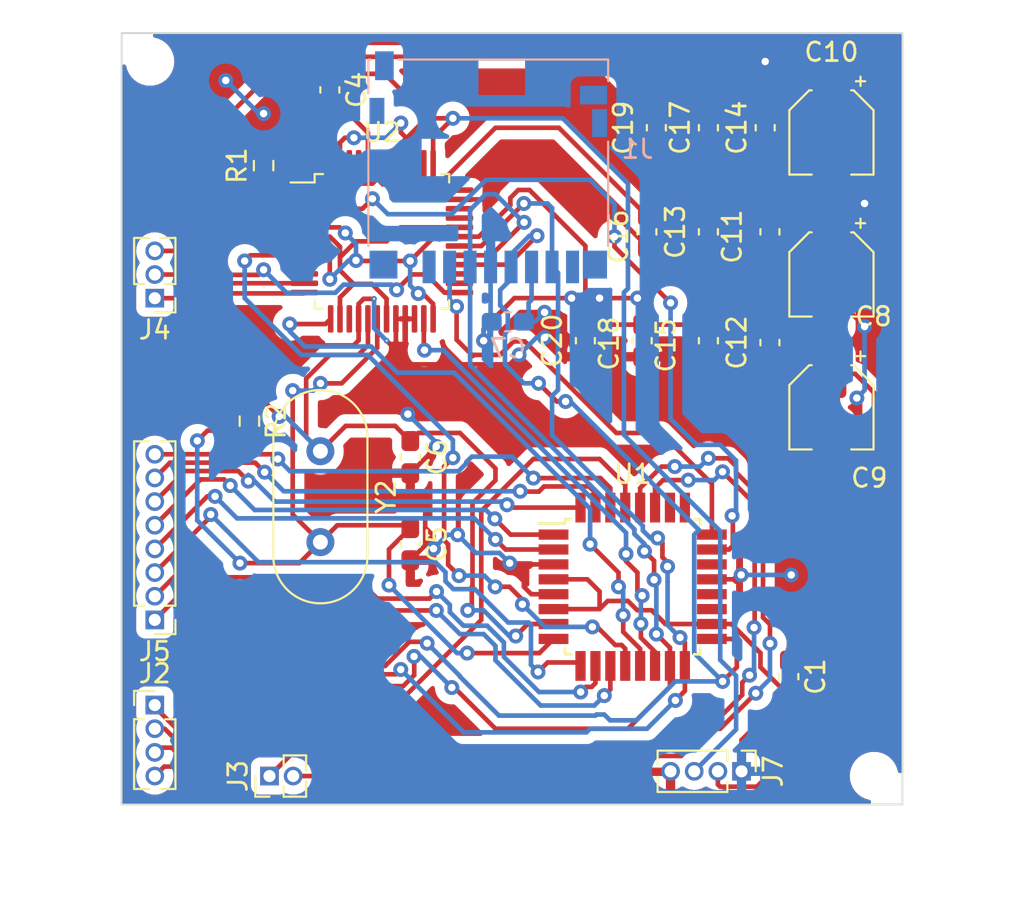
<source format=kicad_pcb>
(kicad_pcb (version 20221018) (generator pcbnew)
  (layers (0 "F.Cu" signal) (31 "B.Cu" signal) (34 "B.Paste" user) (35 "F.Paste" user) (36 "B.SilkS" user "B.Silkscreen") (37 "F.SilkS" user "F.Silkscreen") (38 "B.Mask" user) (39 "F.Mask" user) (44 "Edge.Cuts" user))
  (net 0 "")
  (net 1 "GND")
  (net 2 "3.3V")
  (net 3 "AGND")
  (net 4 "Net-(U2-RCAP)")
  (net 5 "XTAL1_VS")
  (net 6 "XTAL0_VS")
  (net 7 "1.85V")
  (net 9 "microSD_cs")
  (net 10 "MOSI")
  (net 11 "SCK")
  (net 12 "MISO")
  (net 13 "XRESET")
  (net 14 "I2S_SCLK")
  (net 15 "I2S_SDATA")
  (net 16 "I2S_MCLK")
  (net 17 "sCS")
  (net 18 "SDA")
  (net 19 "SCL")
  (net 20 "DREQ")
  (net 21 "XDCS")
  (net 22 "CS")
  (net 44 "RESET")
  (net 45 "GPIO7")
  (net 46 "GPIO6")
  (net 47 "GPIO5")
  (net 48 "GPIO4")
  (net 49 "GPIO3")
  (net 50 "GPIO2")
  (net 51 "GPIO1")
  (net 52 "GPIO0")
  (footprint "Capacitor_SMD:CP_Elec_4x3" (layer "F.Cu") (at 165.354 69.596 -90)
    (fp_text reference "C8")
    (fp_text value "10uf")
  )
  (footprint "Capacitor_SMD:C_0603_1608Metric_Pad1.08x0.95mm_HandSolder" (layer "F.Cu") (at 161.798 61.722 -90)
    (fp_text reference "C14")
    (fp_text value "100nf")
  )
  (footprint "Capacitor_SMD:C_0603_1608Metric_Pad1.08x0.95mm_HandSolder" (layer "F.Cu") (at 158.75 73.152 -90)
    (fp_text reference "C15")
    (fp_text value "100nf")
  )
  (footprint "Connector_PinHeader_1.27mm:PinHeader_1x03_P1.27mm_Vertical" (layer "F.Cu") (at 129.032 70.871 180)
    (fp_text reference "J4")
    (fp_text value "Conn_01x03_Socket")
  )
  (footprint "Capacitor_SMD:C_0603_1608Metric_Pad1.08x0.95mm_HandSolder" (layer "F.Cu") (at 155.448 67.31 -90)
    (fp_text reference "C16")
    (fp_text value "100nf")
  )
  (footprint "MountingHole:MountingHole_2.1mm" (layer "F.Cu") (at 128.778 58.166)
    (fp_text reference "REF**" hide)
    (fp_text value "MountingHole_2.1mm")
  )
  (footprint "Capacitor_SMD:C_0603_1608Metric_Pad1.08x0.95mm_HandSolder" (layer "F.Cu") (at 158.75 61.722 -90)
    (fp_text reference "C17")
    (fp_text value "100nf")
  )
  (footprint "Package_QFP:TQFP-32_7x7mm_P0.8mm" (layer "F.Cu") (at 154.686 86.36)
    (fp_text reference "U1")
    (fp_text value "ATmega328P-A")
  )
  (footprint "Capacitor_SMD:C_0603_1608Metric_Pad1.08x0.95mm_HandSolder" (layer "F.Cu") (at 155.194 73.152 -90)
    (fp_text reference "C18")
    (fp_text value "100nf")
  )
  (footprint "Resistor_SMD:R_0603_1608Metric_Pad0.98x0.95mm_HandSolder" (layer "F.Cu") (at 134.112 77.47 -90)
    (fp_text reference "R2")
    (fp_text value "1M")
  )
  (footprint "Crystal:Crystal_HC49-4H_Vertical" (layer "F.Cu") (at 137.922 79.084 -90)
    (fp_text reference "Y2")
    (fp_text value "12MHz")
  )
  (footprint "Capacitor_SMD:C_0603_1608Metric_Pad1.08x0.95mm_HandSolder" (layer "F.Cu") (at 142.748 79.4015 -90)
    (fp_text reference "C6")
    (fp_text value "33pf")
  )
  (footprint "Connector_PinHeader_1.27mm:PinHeader_1x04_P1.27mm_Vertical" (layer "F.Cu") (at 160.528 96.266 -90)
    (fp_text reference "J7")
    (fp_text value "Conn_01x04_Socket")
  )
  (footprint "Capacitor_SMD:C_0603_1608Metric_Pad1.08x0.95mm_HandSolder" (layer "F.Cu") (at 152.146 73.152 -90)
    (fp_text reference "C20")
    (fp_text value "100nf")
  )
  (footprint "Resistor_SMD:R_0603_1608Metric_Pad0.98x0.95mm_HandSolder" (layer "F.Cu") (at 134.874 63.754 90)
    (fp_text reference "R1")
    (fp_text value "100k")
  )
  (footprint "Capacitor_SMD:CP_Elec_4x3" (layer "F.Cu") (at 165.354 76.73 -90)
    (fp_text reference "C9")
    (fp_text value "10uf")
  )
  (footprint "Capacitor_SMD:CP_Elec_4x3" (layer "F.Cu") (at 165.354 61.976 -90)
    (fp_text reference "C10")
    (fp_text value "10uf")
  )
  (footprint "Capacitor_SMD:C_0603_1608Metric_Pad1.08x0.95mm_HandSolder" (layer "F.Cu") (at 142.748 84.074 -90)
    (fp_text reference "C5")
    (fp_text value "33pf")
  )
  (footprint "Capacitor_SMD:C_0603_1608Metric_Pad1.08x0.95mm_HandSolder" (layer "F.Cu") (at 162.052 67.31 -90)
    (fp_text reference "C11")
    (fp_text value "100nf")
  )
  (footprint "Capacitor_SMD:C_0603_1608Metric_Pad1.08x0.95mm_HandSolder" (layer "F.Cu") (at 155.956 61.722 -90)
    (fp_text reference "C19")
    (fp_text value "100nf")
  )
  (footprint "Connector_PinHeader_1.27mm:PinHeader_1x04_P1.27mm_Vertical" (layer "F.Cu") (at 129.032 92.71)
    (fp_text reference "J2")
    (fp_text value "Conn_01x04_Socket")
  )
  (footprint "Capacitor_SMD:C_0603_1608Metric_Pad1.08x0.95mm_HandSolder" (layer "F.Cu") (at 138.43 59.69 -90)
    (fp_text reference "C4")
    (fp_text value "1uf")
  )
  (footprint "MountingHole:MountingHole_2.1mm" (layer "F.Cu") (at 167.64 96.52)
    (fp_text reference "REF**" hide)
    (fp_text value "MountingHole_2.1mm")
  )
  (footprint "Capacitor_SMD:C_0603_1608Metric_Pad1.08x0.95mm_HandSolder" (layer "F.Cu") (at 162.052 73.2525 -90)
    (fp_text reference "C12")
    (fp_text value "100nf")
  )
  (footprint "Connector_PinHeader_1.27mm:PinHeader_1x02_P1.27mm_Vertical" (layer "F.Cu") (at 135.19 96.52 90)
    (fp_text reference "J3")
    (fp_text value "Conn_01x02_Socket")
  )
  (footprint "Package_QFP:LQFP-48_7x7mm_P0.5mm" (layer "F.Cu") (at 141.224 67.818)
    (property "VALUE" "VS1053B-lqfp48")
    (fp_text reference "U2")
    (fp_text value "CODECODER-VS1053B(LQFP48)")
  )
  (footprint "Capacitor_SMD:C_0603_1608Metric_Pad1.08x0.95mm_HandSolder" (layer "F.Cu") (at 158.75 67.31 -90)
    (fp_text reference "C13")
    (fp_text value "100nf")
  )
  (footprint "Capacitor_SMD:C_0603_1608Metric_Pad1.08x0.95mm_HandSolder" (layer "F.Cu") (at 163.068 91.186 -90)
    (fp_text reference "C1")
    (fp_text value "1uf")
  )
  (footprint "Connector_PinHeader_1.27mm:PinHeader_1x08_P1.27mm_Vertical" (layer "F.Cu") (at 129.032 88.138 180)
    (fp_text reference "J5")
    (fp_text value "Conn_01x08_Socket")
  )
  (footprint "Capacitor_SMD:C_0603_1608Metric_Pad1.08x0.95mm_HandSolder" (layer "B.Cu") (at 147.9815 72.136)
    (fp_text reference "C7")
    (fp_text value "100nf")
  )
  (footprint "Connector_Card:microSD_HC_Hirose_DM3D-SF" (layer "B.Cu") (at 146.933 63.843 180)
    (fp_text reference "J1")
    (fp_text value "Micro_SD_Card")
  )
  (gr_line (start 169.164 56.642) (end 127.254 56.642) (stroke (width 0.1)) (layer "Edge.Cuts"))
  (gr_line (start 127.254 56.642) (end 127.254 98.044) (stroke (width 0.1)) (layer "Edge.Cuts"))
  (gr_line (start 127.254 98.044) (end 169.164 98.044) (stroke (width 0.1)) (layer "Edge.Cuts"))
  (gr_line (start 169.164 98.044) (end 169.164 56.642) (stroke (width 0.1)) (layer "Edge.Cuts"))
  (segment (start 162.306 57.15) (end 134.874 57.15) (width 0.25) (layer "F.Cu") (net 1))
  (segment (start 165.354 77.417) (end 162.052 74.115) (width 0.25) (layer "F.Cu") (net 1))
  (segment (start 143.548 82.08) (end 143.51 82.042) (width 0.25) (layer "F.Cu") (net 1))
  (segment (start 165.2755 71.396) (end 162.052 68.1725) (width 0.25) (layer "F.Cu") (net 1))
  (segment (start 139.974 73.132) (end 139.7 73.406) (width 0.25) (layer "F.Cu") (net 1))
  (segment (start 158.8505 74.115) (end 158.75 74.0145) (width 0.25) (layer "F.Cu") (net 1))
  (segment (start 165.354 63.754) (end 164.084 62.484) (width 0.25) (layer "F.Cu") (net 1))
  (segment (start 135.128 66.548) (end 134.874 66.548) (width 0.25) (layer "F.Cu") (net 1))
  (segment (start 151.384 73.0565) (end 151.384 73.406) (width 0.25) (layer "F.Cu") (net 1))
  (segment (start 134.874 60.96) (end 134.874 62.8415) (width 0.25) (layer "F.Cu") (net 1))
  (segment (start 149.244 86.76) (end 148.844 86.36) (width 0.25) (layer "F.Cu") (net 1))
  (segment (start 142.974 71.9805) (end 141.974 71.9805) (width 0.25) (layer "F.Cu") (net 1))
  (segment (start 148.59 73.914) (end 148.082 74.422) (width 0.25) (layer "F.Cu") (net 1))
  (segment (start 160.636 85.8535) (end 160.5075 85.725) (width 0.25) (layer "F.Cu") (net 1))
  (segment (start 135.148 66.568) (end 135.128 66.548) (width 0.25) (layer "F.Cu") (net 1))
  (segment (start 151.384 73.406) (end 151.9925 74.0145) (width 0.25) (layer "F.Cu") (net 1))
  (segment (start 161.8985 62.484) (end 161.798 62.5845) (width 0.25) (layer "F.Cu") (net 1))
  (segment (start 142.748 84.9365) (end 143.548 84.1365) (width 0.25) (layer "F.Cu") (net 1))
  (segment (start 143.764 79.2105) (end 144.145 78.8295) (width 0.25) (layer "F.Cu") (net 1))
  (segment (start 165.354 63.776) (end 167.894 61.236) (width 0.25) (layer "F.Cu") (net 1))
  (segment (start 167.132 72.39) (end 166.37 71.628) (width 0.25) (layer "F.Cu") (net 1))
  (segment (start 162.052 68.1725) (end 158.75 68.1725) (width 0.25) (layer "F.Cu") (net 1))
  (segment (start 143.764 79.248) (end 143.764 79.2105) (width 0.25) (layer "F.Cu") (net 1))
  (segment (start 149.9555 71.628) (end 151.384 73.0565) (width 0.25) (layer "F.Cu") (net 1))
  (segment (start 155.448 68.072) (end 153.416 66.04) (width 0.25) (layer "F.Cu") (net 1))
  (segment (start 139.974 71.9805) (end 139.974 73.132) (width 0.25) (layer "F.Cu") (net 1))
  (segment (start 141.974 73.902) (end 141.974 73.406) (width 0.25) (layer "F.Cu") (net 1))
  (segment (start 149.9555 71.628) (end 149.9555 72.984902) (width 0.25) (layer "F.Cu") (net 1))
  (segment (start 141.732 73.406) (end 141.478 73.152) (width 0.25) (layer "F.Cu") (net 1))
  (segment (start 166.716421 77.167579) (end 166.716421 76.22824) (width 0.25) (layer "F.Cu") (net 1))
  (segment (start 152.146 74.0145) (end 155.194 74.0145) (width 0.25) (layer "F.Cu") (net 1))
  (segment (start 158.75 62.5845) (end 155.956 62.5845) (width 0.25) (layer "F.Cu") (net 1))
  (segment (start 150.436 86.76) (end 149.244 86.76) (width 0.25) (layer "F.Cu") (net 1))
  (segment (start 165.586 71.628) (end 165.354 71.396) (width 0.25) (layer "F.Cu") (net 1))
  (segment (start 148.59 85.725) (end 148.844 85.979) (width 0.25) (layer "F.Cu") (net 1))
  (segment (start 141.974 73.406) (end 141.974 71.9805) (width 0.25) (layer "F.Cu") (net 1))
  (segment (start 166.37 71.628) (end 165.586 71.628) (width 0.25) (layer "F.Cu") (net 1))
  (segment (start 162.052 74.115) (end 158.8505 74.115) (width 0.25) (layer "F.Cu") (net 1))
  (segment (start 137.0615 66.568) (end 135.148 66.568) (width 0.25) (layer "F.Cu") (net 1))
  (segment (start 164.084 62.484) (end 161.8985 62.484) (width 0.25) (layer "F.Cu") (net 1))
  (segment (start 145.3865 65.568) (end 146.522 65.568) (width 0.25) (layer "F.Cu") (net 1))
  (segment (start 142.494 74.422) (end 141.974 73.902) (width 0.25) (layer "F.Cu") (net 1))
  (segment (start 143.548 84.1365) (end 143.548 83.185) (width 0.25) (layer "F.Cu") (net 1))
  (segment (start 165.354 78.53) (end 165.354 77.417) (width 0.25) (layer "F.Cu") (net 1))
  (segment (start 141.974 73.406) (end 141.732 73.406) (width 0.25) (layer "F.Cu") (net 1))
  (segment (start 140.801821 70.904773) (end 140.246542 70.904773) (width 0.25) (layer "F.Cu") (net 1))
  (segment (start 158.75 74.0145) (end 155.194 74.0145) (width 0.25) (layer "F.Cu") (net 1))
  (segment (start 139.7 73.406) (end 137.16 73.406) (width 0.25) (layer "F.Cu") (net 1))
  (segment (start 161.798 62.5845) (end 158.75 62.5845) (width 0.25) (layer "F.Cu") (net 1))
  (segment (start 143.548 83.185) (end 143.548 82.08) (width 0.25) (layer "F.Cu") (net 1))
  (segment (start 134.874 57.15) (end 132.842 59.182) (width 0.25) (layer "F.Cu") (net 1))
  (segment (start 143.994372 83.631372) (end 143.548 83.185) (width 0.25) (layer "F.Cu") (net 1))
  (segment (start 165.354 71.396) (end 165.2755 71.396) (width 0.25) (layer "F.Cu") (net 1))
  (segment (start 160.636 85.96) (end 160.636 85.8535) (width 0.25) (layer "F.Cu") (net 1))
  (segment (start 146.522 65.568) (end 147.574 64.516) (width 0.25) (layer "F.Cu") (net 1))
  (segment (start 148.844 86.36) (end 148.844 85.979) (width 0.25) (layer "F.Cu") (net 1))
  (segment (start 150.436 85.16) (end 148.152 85.16) (width 0.25) (layer "F.Cu") (net 1))
  (segment (start 151.9925 74.0145) (end 152.146 74.0145) (width 0.25) (layer "F.Cu") (net 1))
  (segment (start 165.354 63.776) (end 165.354 63.754) (width 0.25) (layer "F.Cu") (net 1))
  (segment (start 143.994372 84.3145) (end 143.994372 83.631372) (width 0.25) (layer "F.Cu") (net 1))
  (segment (start 158.75 68.1725) (end 155.448 68.1725) (width 0.25) (layer "F.Cu") (net 1))
  (segment (start 140.246542 70.904773) (end 139.974 71.177315) (width 0.25) (layer "F.Cu") (net 1))
  (segment (start 165.354 78.53) (end 166.716421 77.167579) (width 0.25) (layer "F.Cu") (net 1))
  (segment (start 148.082 74.422) (end 142.494 74.422) (width 0.25) (layer "F.Cu") (net 1))
  (segment (start 155.448 68.1725) (end 155.448 68.072) (width 0.25) (layer "F.Cu") (net 1))
  (segment (start 158.936 85.96) (end 160.636 85.96) (width 0.25) (layer "F.Cu") (net 1))
  (segment (start 166.37 57.15) (end 162.306 57.15) (width 0.25) (layer "F.Cu") (net 1))
  (segment (start 148.152 85.16) (end 148.082 85.09) (width 0.25) (layer "F.Cu") (net 1))
  (segment (start 142.748 80.264) (end 143.764 79.248) (width 0.25) (layer "F.Cu") (net 1))
  (segment (start 163.195 85.725) (end 163.83 85.725) (width 0.25) (layer "F.Cu") (net 1))
  (segment (start 167.894 58.674) (end 166.37 57.15) (width 0.25) (layer "F.Cu") (net 1))
  (segment (start 167.894 61.236) (end 167.894 58.674) (width 0.25) (layer "F.Cu") (net 1))
  (segment (start 139.974 71.177315) (end 139.974 71.9805) (width 0.25) (layer "F.Cu") (net 1))
  (via (at 134.874 60.96) (size 0.8) (drill 0.4) (layers "F.Cu" "B.Cu") (net 1))
  (via (at 145.288 83.566) (size 0.8) (drill 0.4) (layers "F.Cu" "B.Cu") (net 1))
  (via (at 160.5075 85.725) (size 0.8) (drill 0.4) (layers "F.Cu" "B.Cu") (net 1))
  (via (at 148.59 73.914) (size 0.8) (drill 0.4) (layers "F.Cu" "B.Cu") (net 1))
  (via (at 132.842 59.182) (size 0.8) (drill 0.4) (layers "F.Cu" "B.Cu") (net 1))
  (via (at 149.9555 72.984902) (size 0.8) (drill 0.4) (layers "F.Cu" "B.Cu") (net 1))
  (via (at 148.082 85.09) (size 0.8) (drill 0.4) (layers "F.Cu" "B.Cu") (net 1))
  (via micro (at 141.478 73.152) (size 0.3) (drill 0.1) (layers "F.Cu" "B.Cu") (net 1))
  (via (at 167.132 72.39) (size 0.8) (drill 0.4) (layers "F.Cu" "B.Cu") (net 1))
  (via (at 163.195 85.725) (size 0.8) (drill 0.4) (layers "F.Cu" "B.Cu") (net 1))
  (via (at 143.994372 84.3145) (size 0.8) (drill 0.4) (layers "F.Cu" "B.Cu") (net 1))
  (via (at 149.9555 71.628) (size 0.8) (drill 0.4) (layers "F.Cu" "B.Cu") (net 1))
  (via (at 144.145 78.8295) (size 0.8) (drill 0.4) (layers "F.Cu" "B.Cu") (net 1))
  (via (at 142.616701 77.093299) (size 0.8) (drill 0.4) (layers "F.Cu" "B.Cu") (net 1))
  (via micro (at 140.801821 70.904773) (size 0.3) (drill 0.1) (layers "F.Cu" "B.Cu") (net 1))
  (via (at 166.716421 76.22824) (size 0.8) (drill 0.4) (layers "F.Cu" "B.Cu") (net 1))
  (segment (start 149.098 71.12) (end 149.098 71.882) (width 0.25) (layer "B.Cu") (net 1))
  (segment (start 149.258 70.96) (end 149.098 71.12) (width 0.25) (layer "B.Cu") (net 1))
  (segment (start 167.132 75.812661) (end 167.132 72.39) (width 0.25) (layer "B.Cu") (net 1))
  (segment (start 143.994372 84.3145) (end 144.742872 83.566) (width 0.25) (layer "B.Cu") (net 1))
  (segment (start 132.842 59.182) (end 134.62 60.96) (width 0.25) (layer "B.Cu") (net 1))
  (segment (start 146.267 84.545) (end 147.537 84.545) (width 0.25) (layer "B.Cu") (net 1))
  (segment (start 149.258 69.193) (end 149.258 70.96) (width 0.25) (layer "B.Cu") (net 1))
  (segment (start 144.742872 83.566) (end 145.288 83.566) (width 0.25) (layer "B.Cu") (net 1))
  (segment (start 144.145 78.8295) (end 144.145 78.621598) (width 0.25) (layer "B.Cu") (net 1))
  (segment (start 149.4475 72.136) (end 149.9555 71.628) (width 0.25) (layer "B.Cu") (net 1))
  (segment (start 134.62 60.96) (end 134.874 60.96) (width 0.25) (layer "B.Cu") (net 1))
  (segment (start 144.145 78.621598) (end 142.616701 77.093299) (width 0.25) (layer "B.Cu") (net 1))
  (segment (start 166.716421 76.22824) (end 167.132 75.812661) (width 0.25) (layer "B.Cu") (net 1))
  (segment (start 149.9555 72.984902) (end 149.519098 72.984902) (width 0.25) (layer "B.Cu") (net 1))
  (segment (start 149.098 71.882) (end 148.844 72.136) (width 0.25) (layer "B.Cu") (net 1))
  (segment (start 160.5075 85.725) (end 163.195 85.725) (width 0.25) (layer "B.Cu") (net 1))
  (segment (start 145.288 83.566) (end 146.267 84.545) (width 0.25) (layer "B.Cu") (net 1))
  (segment (start 141.478 73.152) (end 140.801821 72.475821) (width 0.25) (layer "B.Cu") (net 1))
  (segment (start 147.537 84.545) (end 148.082 85.09) (width 0.25) (layer "B.Cu") (net 1))
  (segment (start 140.801821 72.475821) (end 140.801821 70.904773) (width 0.25) (layer "B.Cu") (net 1))
  (segment (start 149.519098 72.984902) (end 148.59 73.914) (width 0.25) (layer "B.Cu") (net 1))
  (segment (start 148.844 72.136) (end 149.4475 72.136) (width 0.25) (layer "B.Cu") (net 1))
  (segment (start 138.434 67.568) (end 138.974 68.108) (width 0.25) (layer "F.Cu") (net 2))
  (segment (start 161.798 60.8595) (end 158.75 60.8595) (width 0.25) (layer "F.Cu") (net 2))
  (segment (start 141.274657 64.759342) (end 140.974 64.458685) (width 0.25) (layer "F.Cu") (net 2))
  (segment (start 163.344 58.166) (end 161.798 58.166) (width 0.25) (layer "F.Cu") (net 2))
  (segment (start 150.7225 61.722) (end 147.32 61.722) (width 0.25) (layer "F.Cu") (net 2))
  (segment (start 158.75 66.4475) (end 155.448 66.4475) (width 0.25) (layer "F.Cu") (net 2))
  (segment (start 140.714685 64.718) (end 140.156 64.718) (width 0.25) (layer "F.Cu") (net 2))
  (segment (start 138.974 68.677315) (end 139.833315 67.818) (width 0.25) (layer "F.Cu") (net 2))
  (segment (start 152.908 87.56) (end 150.436 87.56) (width 0.25) (layer "F.Cu") (net 2))
  (segment (start 138.974 68.108) (end 138.974 68.677315) (width 0.25) (layer "F.Cu") (net 2))
  (segment (start 151.4045 70.866) (end 148.336 70.866) (width 0.25) (layer "F.Cu") (net 2))
  (segment (start 163.4005 67.796) (end 162.052 66.4475) (width 0.25) (layer "F.Cu") (net 2))
  (segment (start 140.67957 70.104) (end 141.474 70.89843) (width 0.25) (layer "F.Cu") (net 2))
  (segment (start 142.228 67.068) (end 145.3865 67.068) (width 0.25) (layer "F.Cu") (net 2))
  (segment (start 138.974 68.677315) (end 138.974 69.378) (width 0.25) (layer "F.Cu") (net 2))
  (segment (start 143.774658 64.759342) (end 141.274657 64.759342) (width 0.25) (layer "F.Cu") (net 2))
  (segment (start 143.474 64.458685) (end 143.474 63.6555) (width 0.25) (layer "F.Cu") (net 2))
  (segment (start 165.354 60.176) (end 163.344 58.166) (width 0.25) (layer "F.Cu") (net 2))
  (segment (start 143.785315 64.77) (end 143.774658 64.759342) (width 0.25) (layer "F.Cu") (net 2))
  (segment (start 155.956 60.8595) (end 153.0085 57.912) (width 0.25) (layer "F.Cu") (net 2))
  (segment (start 161.544 90.678) (end 161.544 89.918) (width 0.25) (layer "F.Cu") (net 2))
  (segment (start 153.0085 57.912) (end 136.144 57.912) (width 0.25) (layer "F.Cu") (net 2))
  (segment (start 136.144 57.912) (end 132.334 61.722) (width 0.25) (layer "F.Cu") (net 2))
  (segment (start 147.32 61.722) (end 144.272 64.77) (width 0.25) (layer "F.Cu") (net 2))
  (segment (start 159.986 88.36) (end 158.936 88.36) (width 0.25) (layer "F.Cu") (net 2))
  (segment (start 158.936 88.36) (end 156.441305 88.36) (width 0.25) (layer "F.Cu") (net 2))
  (segment (start 152.908 86.614) (end 152.254 85.96) (width 0.25) (layer "F.Cu") (net 2))
  (segment (start 161.544 89.918) (end 159.986 88.36) (width 0.25) (layer "F.Cu") (net 2))
  (segment (start 135.89 67.564) (end 135.894 67.568) (width 0.25) (layer "F.Cu") (net 2))
  (segment (start 137.0615 67.568) (end 138.434 67.568) (width 0.25) (layer "F.Cu") (net 2))
  (segment (start 154.432 87.122) (end 153.346 87.122) (width 0.25) (layer "F.Cu") (net 2))
  (segment (start 155.701881 87.620576) (end 154.930576 87.620576) (width 0.25) (layer "F.Cu") (net 2))
  (segment (start 140.974 64.458685) (end 140.714685 64.718) (width 0.25) (layer "F.Cu") (net 2))
  (segment (start 160.528 96.266) (end 160.528 94.5885) (width 0.25) (layer "F.Cu") (net 2))
  (segment (start 138.974 69.378) (end 139.7 70.104) (width 0.25) (layer "F.Cu") (net 2))
  (segment (start 141.478 67.818) (end 142.228 67.068) (width 0.25) (layer "F.Cu") (net 2))
  (segment (start 156.441305 88.36) (end 155.701881 87.620576) (width 0.25) (layer "F.Cu") (net 2))
  (segment (start 139.7 70.104) (end 138.974 70.83) (width 0.25) (layer "F.Cu") (net 2))
  (segment (start 140.156 64.718) (end 139.974 64.536) (width 0.25) (layer "F.Cu") (net 2))
  (segment (start 144.272 64.77) (end 143.785315 64.77) (width 0.25) (layer "F.Cu") (net 2))
  (segment (start 153.346 87.122) (end 152.908 87.56) (width 0.25) (layer "F.Cu") (net 2))
  (segment (start 163.068 92.0485) (end 162.9145 92.0485) (width 0.25) (layer "F.Cu") (net 2))
  (segment (start 162.052 66.4475) (end 158.75 66.4475) (width 0.25) (layer "F.Cu") (net 2))
  (segment (start 141.474 70.89843) (end 141.474 71.9805) (width 0.25) (layer "F.Cu") (net 2))
  (segment (start 139.7 70.104) (end 140.67957 70.104) (width 0.25) (layer "F.Cu") (net 2))
  (segment (start 132.334 61.722) (end 132.334 65.532) (width 0.25) (layer "F.Cu") (net 2))
  (segment (start 164.6705 60.8595) (end 161.798 60.8595) (width 0.25) (layer "F.Cu") (net 2))
  (segment (start 165.354 67.564) (end 167.132 65.786) (width 0.25) (layer "F.Cu") (net 2))
  (segment (start 143.774658 64.759342) (end 143.474 64.458685) (width 0.25) (layer "F.Cu") (net 2))
  (segment (start 139.974 64.536) (end 139.974 63.6555) (width 0.25) (layer "F.Cu") (net 2))
  (segment (start 139.833315 67.818) (end 141.478 67.818) (width 0.25) (layer "F.Cu") (net 2))
  (segment (start 152.254 85.96) (end 150.436 85.96) (width 0.25) (layer "F.Cu") (net 2))
  (segment (start 135.894 67.568) (end 137.0615 67.568) (width 0.25) (layer "F.Cu") (net 2))
  (segment (start 165.354 67.796) (end 165.354 67.564) (width 0.25) (layer "F.Cu") (net 2))
  (segment (start 140.974 64.458685) (end 140.974 63.6555) (width 0.25) (layer "F.Cu") (net 2))
  (segment (start 146.6825 72.5195) (end 146.6825 73.152) (width 0.25) (layer "F.Cu") (net 2))
  (segment (start 134.366 67.564) (end 135.89 67.564) (width 0.25) (layer "F.Cu") (net 2))
  (segment (start 138.974 70.83) (end 138.974 71.9805) (width 0.25) (layer "F.Cu") (net 2))
  (segment (start 132.334 65.532) (end 134.366 67.564) (width 0.25) (layer "F.Cu") (net 2))
  (segment (start 154.94 70.866) (end 152.908 70.866) (width 0.25) (layer "F.Cu") (net 2))
  (segment (start 148.336 70.866) (end 146.6825 72.5195) (width 0.25) (layer "F.Cu") (net 2))
  (segment (start 165.354 67.796) (end 163.4005 67.796) (width 0.25) (layer "F.Cu") (net 2))
  (segment (start 154.930576 87.620576) (end 154.432 87.122) (width 0.25) (layer "F.Cu") (net 2))
  (segment (start 165.354 60.176) (end 164.6705 60.8595) (width 0.25) (layer "F.Cu") (net 2))
  (segment (start 158.75 60.8595) (end 155.956 60.8595) (width 0.25) (layer "F.Cu") (net 2))
  (segment (start 162.9145 92.0485) (end 161.544 90.678) (width 0.25) (layer "F.Cu") (net 2))
  (segment (start 160.528 94.5885) (end 163.068 92.0485) (width 0.25) (layer "F.Cu") (net 2))
  (segment (start 152.908 87.56) (end 152.908 86.614) (width 0.25) (layer "F.Cu") (net 2))
  (segment (start 155.448 66.4475) (end 150.7225 61.722) (width 0.25) (layer "F.Cu") (net 2))
  (via (at 167.132 65.786) (size 0.8) (drill 0.4) (layers "F.Cu" "B.Cu") (net 2))
  (via (at 152.908 70.866) (size 0.8) (drill 0.4) (layers "F.Cu" "B.Cu") (net 2))
  (via (at 146.6825 73.152) (size 0.8) (drill 0.4) (layers "F.Cu" "B.Cu") (net 2))
  (via (at 161.798 58.166) (size 0.8) (drill 0.4) (layers "F.Cu" "B.Cu") (net 2))
  (via (at 151.4045 70.866) (size 0.8) (drill 0.4) (layers "F.Cu" "B.Cu") (net 2))
  (via (at 154.94 70.866) (size 0.8) (drill 0.4) (layers "F.Cu" "B.Cu") (net 2))
  (segment (start 146.6825 73.152) (end 146.6825 72.5725) (width 0.25) (layer "B.Cu") (net 2))
  (segment (start 147.058 69.193) (end 147.058 72.075) (width 0.25) (layer "B.Cu") (net 2))
  (segment (start 152.908 70.866) (end 151.4045 70.866) (width 0.25) (layer "B.Cu") (net 2))
  (segment (start 161.798 58.166) (end 161.798 58.674) (width 0.25) (layer "B.Cu") (net 2))
  (segment (start 147.058 72.075) (end 147.119 72.136) (width 0.25) (layer "B.Cu") (net 2))
  (segment (start 146.6825 72.5725) (end 147.119 72.136) (width 0.25) (layer "B.Cu") (net 2))
  (segment (start 142.24 61.468) (end 142.24 61.976) (width 0.25) (layer "F.Cu") (net 3))
  (segment (start 143.764 61.214) (end 143.612315 61.214) (width 0.25) (layer "F.Cu") (net 3))
  (segment (start 142.24 61.976) (end 142.545158 62.281158) (width 0.25) (layer "F.Cu") (net 3))
  (segment (start 145.034 61.214) (end 143.974 62.274) (width 0.25) (layer "F.Cu") (net 3))
  (segment (start 139.234951 62.259049) (end 138.974 62.52) (width 0.25) (layer "F.Cu") (net 3))
  (segment (start 141.3775 58.8275) (end 138.43 58.8275) (width 0.25) (layer "F.Cu") (net 3))
  (segment (start 141.974 62.852315) (end 141.974 63.6555) (width 0.25) (layer "F.Cu") (net 3))
  (segment (start 142.545158 62.281158) (end 141.974 62.852315) (width 0.25) (layer "F.Cu") (net 3))
  (segment (start 139.720451 62.259049) (end 139.234951 62.259049) (width 0.25) (layer "F.Cu") (net 3))
  (segment (start 143.764 61.214) (end 141.3775 58.8275) (width 0.25) (layer "F.Cu") (net 3))
  (segment (start 138.974 62.52) (end 138.974 63.6555) (width 0.25) (layer "F.Cu") (net 3))
  (segment (start 145.034 61.214) (end 143.764 61.214) (width 0.25) (layer "F.Cu") (net 3))
  (segment (start 143.612315 61.214) (end 142.545158 62.281158) (width 0.25) (layer "F.Cu") (net 3))
  (segment (start 143.974 62.274) (end 143.974 63.6555) (width 0.25) (layer "F.Cu") (net 3))
  (via (at 145.034 61.214) (size 0.8) (drill 0.4) (layers "F.Cu" "B.Cu") (net 3))
  (via (at 139.720451 62.259049) (size 0.8) (drill 0.4) (layers "F.Cu" "B.Cu") (net 3))
  (via (at 142.24 61.468) (size 0.8) (drill 0.4) (layers "F.Cu" "B.Cu") (net 3))
  (segment (start 159.385 90.287695) (end 159.385 83.3755) (width 0.25) (layer "B.Cu") (net 3))
  (segment (start 159.385 83.3755) (end 154.215 78.2055) (width 0.25) (layer "B.Cu") (net 3))
  (segment (start 154.432 64.715222) (end 150.930778 61.214) (width 0.25) (layer "B.Cu") (net 3))
  (segment (start 141.448951 62.259049) (end 139.720451 62.259049) (width 0.25) (layer "B.Cu") (net 3))
  (segment (start 154.215 78.2055) (end 154.215 70.565695) (width 0.25) (layer "B.Cu") (net 3))
  (segment (start 160.237 91.139695) (end 159.385 90.287695) (width 0.25) (layer "B.Cu") (net 3))
  (segment (start 150.930778 61.214) (end 145.034 61.214) (width 0.25) (layer "B.Cu") (net 3))
  (segment (start 154.432 70.348695) (end 154.432 64.715222) (width 0.25) (layer "B.Cu") (net 3))
  (segment (start 154.215 70.565695) (end 154.432 70.348695) (width 0.25) (layer "B.Cu") (net 3))
  (segment (start 157.988 96.266) (end 160.237 94.017) (width 0.25) (layer "B.Cu") (net 3))
  (segment (start 160.237 94.017) (end 160.237 91.139695) (width 0.25) (layer "B.Cu") (net 3))
  (segment (start 142.24 61.468) (end 141.448951 62.259049) (width 0.25) (layer "B.Cu") (net 3))
  (segment (start 140.474 61.988) (end 139.0385 60.5525) (width 0.25) (layer "F.Cu") (net 4))
  (segment (start 140.474 63.6555) (end 140.474 61.988) (width 0.25) (layer "F.Cu") (net 4))
  (segment (start 139.0385 60.5525) (end 138.43 60.5525) (width 0.25) (layer "F.Cu") (net 4))
  (segment (start 136.4355 82.4775) (end 136.4355 75.832013) (width 0.25) (layer "F.Cu") (net 5))
  (segment (start 138.828 83.058) (end 142.5945 83.058) (width 0.25) (layer "F.Cu") (net 5))
  (segment (start 137.922 83.964) (end 136.4355 82.4775) (width 0.25) (layer "F.Cu") (net 5))
  (segment (start 140.974 73.530396) (end 140.974 71.9805) (width 0.25) (layer "F.Cu") (net 5))
  (segment (start 141.605 86.2705) (end 141.605 84.3545) (width 0.25) (layer "F.Cu") (net 5))
  (segment (start 150.436 89.16) (end 149.675701 89.920299) (width 0.25) (layer "F.Cu") (net 5))
  (segment (start 133.7075 77.978) (end 131.8635 77.978) (width 0.25) (layer "F.Cu") (net 5))
  (segment (start 139.062097 75.442299) (end 140.974 73.530396) (width 0.25) (layer "F.Cu") (net 5))
  (segment (start 133.604 85.09) (end 136.796 85.09) (width 0.25) (layer "F.Cu") (net 5))
  (segment (start 149.675701 89.920299) (end 145.800299 89.920299) (width 0.25) (layer "F.Cu") (net 5))
  (segment (start 141.605 84.3545) (end 142.748 83.2115) (width 0.25) (layer "F.Cu") (net 5))
  (segment (start 134.112 78.3825) (end 133.7075 77.978) (width 0.25) (layer "F.Cu") (net 5))
  (segment (start 137.926299 75.442299) (end 139.062097 75.442299) (width 0.25) (layer "F.Cu") (net 5))
  (segment (start 142.5945 83.058) (end 142.748 83.2115) (width 0.25) (layer "F.Cu") (net 5))
  (segment (start 131.8635 77.978) (end 131.318 78.5235) (width 0.25) (layer "F.Cu") (net 5))
  (segment (start 137.922 83.964) (end 138.828 83.058) (width 0.25) (layer "F.Cu") (net 5))
  (segment (start 136.796 85.09) (end 137.922 83.964) (width 0.25) (layer "F.Cu") (net 5))
  (via (at 133.604 85.09) (size 0.8) (drill 0.4) (layers "F.Cu" "B.Cu") (net 5))
  (via (at 137.926299 75.442299) (size 0.8) (drill 0.4) (layers "F.Cu" "B.Cu") (net 5))
  (via (at 141.605 86.2705) (size 0.8) (drill 0.4) (layers "F.Cu" "B.Cu") (net 5))
  (via (at 136.4355 75.832013) (size 0.8) (drill 0.4) (layers "F.Cu" "B.Cu") (net 5))
  (via (at 131.318 78.5235) (size 0.8) (drill 0.4) (layers "F.Cu" "B.Cu") (net 5))
  (via (at 145.800299 89.920299) (size 0.8) (drill 0.4) (layers "F.Cu" "B.Cu") (net 5))
  (segment (start 145.254799 89.920299) (end 141.605 86.2705) (width 0.25) (layer "B.Cu") (net 5))
  (segment (start 136.4355 75.832013) (end 137.536585 75.832013) (width 0.25) (layer "B.Cu") (net 5))
  (segment (start 131.311092 82.797092) (end 133.604 85.09) (width 0.25) (layer "B.Cu") (net 5))
  (segment (start 137.536585 75.832013) (end 137.926299 75.442299) (width 0.25) (layer "B.Cu") (net 5))
  (segment (start 145.800299 89.920299) (end 145.254799 89.920299) (width 0.25) (layer "B.Cu") (net 5))
  (segment (start 131.311092 78.530408) (end 131.311092 82.797092) (width 0.25) (layer "B.Cu") (net 5))
  (segment (start 131.318 78.5235) (end 131.311092 78.530408) (width 0.25) (layer "B.Cu") (net 5))
  (segment (start 147.32 80.01) (end 147.32 80.645) (width 0.25) (layer "F.Cu") (net 6))
  (segment (start 137.16 75.184) (end 138.43 73.914) (width 0.25) (layer "F.Cu") (net 6))
  (segment (start 146.087167 81.877833) (end 146.087167 86.322833) (width 0.25) (layer "F.Cu") (net 6))
  (segment (start 146.05 86.36) (end 146.05 87.409201) (width 0.25) (layer "F.Cu") (net 6))
  (segment (start 137.16 78.322) (end 137.16 75.184) (width 0.25) (layer "F.Cu") (net 6))
  (segment (start 139.954 73.914) (end 140.474 73.394) (width 0.25) (layer "F.Cu") (net 6))
  (segment (start 141.933 77.724) (end 142.748 78.539) (width 0.25) (layer "F.Cu") (net 6))
  (segment (start 148.406643 89.002791) (end 149.049434 88.36) (width 0.25) (layer "F.Cu") (net 6))
  (segment (start 146.087167 86.322833) (end 146.05 86.36) (width 0.25) (layer "F.Cu") (net 6))
  (segment (start 140.474 73.394) (end 140.474 71.9805) (width 0.25) (layer "F.Cu") (net 6))
  (segment (start 147.32 80.645) (end 146.087167 81.877833) (width 0.25) (layer "F.Cu") (net 6))
  (segment (start 139.282 77.724) (end 141.933 77.724) (width 0.25) (layer "F.Cu") (net 6))
  (segment (start 137.922 79.084) (end 137.16 78.322) (width 0.25) (layer "F.Cu") (net 6))
  (segment (start 142.748 78.539) (end 143.182 78.105) (width 0.25) (layer "F.Cu") (net 6))
  (segment (start 149.049434 88.36) (end 150.436 88.36) (width 0.25) (layer "F.Cu") (net 6))
  (segment (start 135.0525 76.5575) (end 135.711 77.216) (width 0.25) (layer "F.Cu") (net 6))
  (segment (start 145.415 78.105) (end 147.32 80.01) (width 0.25) (layer "F.Cu") (net 6))
  (segment (start 143.182 78.105) (end 145.415 78.105) (width 0.25) (layer "F.Cu") (net 6))
  (segment (start 137.922 79.084) (end 139.282 77.724) (width 0.25) (layer "F.Cu") (net 6))
  (segment (start 138.43 73.914) (end 139.954 73.914) (width 0.25) (layer "F.Cu") (net 6))
  (segment (start 146.05 87.409201) (end 145.8335 87.625701) (width 0.25) (layer "F.Cu") (net 6))
  (segment (start 134.112 76.5575) (end 135.0525 76.5575) (width 0.25) (layer "F.Cu") (net 6))
  (via (at 145.8335 87.625701) (size 0.8) (drill 0.4) (layers "F.Cu" "B.Cu") (net 6))
  (via (at 148.406643 89.002791) (size 0.8) (drill 0.4) (layers "F.Cu" "B.Cu") (net 6))
  (via (at 135.711 77.216) (size 0.8) (drill 0.4) (layers "F.Cu" "B.Cu") (net 6))
  (segment (start 136.054 77.216) (end 137.922 79.084) (width 0.25) (layer "B.Cu") (net 6))
  (segment (start 145.8335 87.625701) (end 146.683493 87.625701) (width 0.25) (layer "B.Cu") (net 6))
  (segment (start 135.711 77.216) (end 136.054 77.216) (width 0.25) (layer "B.Cu") (net 6))
  (segment (start 146.683493 87.625701) (end 148.060583 89.002791) (width 0.25) (layer "B.Cu") (net 6))
  (segment (start 148.060583 89.002791) (end 148.406643 89.002791) (width 0.25) (layer "B.Cu") (net 6))
  (segment (start 142.739975 68.8715) (end 139.859144 68.8715) (width 0.25) (layer "F.Cu") (net 7))
  (segment (start 167.64 90.804) (end 161.353 97.091) (width 0.25) (layer "F.Cu") (net 7))
  (segment (start 158.75 72.2895) (end 155.194 72.2895) (width 0.25) (layer "F.Cu") (net 7))
  (segment (start 138.426769 68.572769) (end 137.922 68.068) (width 0.25) (layer "F.Cu") (net 7))
  (segment (start 139.258657 67.368059) (end 138.958598 67.068) (width 0.25) (layer "F.Cu") (net 7))
  (segment (start 159.375894 97.091) (end 159.258 96.973106) (width 0.25) (layer "F.Cu") (net 7))
  (segment (start 155.194 72.2895) (end 152.146 72.2895) (width 0.25) (layer "F.Cu") (net 7))
  (segment (start 162.052 72.39) (end 158.8505 72.39) (width 0.25) (layer "F.Cu") (net 7))
  (segment (start 143.41773 70.621045) (end 143.974 71.177315) (width 0.25) (layer "F.Cu") (net 7))
  (segment (start 158.8505 72.39) (end 158.75 72.2895) (width 0.25) (layer "F.Cu") (net 7))
  (segment (start 167.64 75.946) (end 167.64 90.804) (width 0.25) (layer "F.Cu") (net 7))
  (segment (start 161.353 97.091) (end 159.375894 97.091) (width 0.25) (layer "F.Cu") (net 7))
  (segment (start 165.354 74.93) (end 166.624 74.93) (width 0.25) (layer "F.Cu") (net 7))
  (segment (start 148.119 65.874604) (end 146.425604 67.568) (width 0.25) (layer "F.Cu") (net 7))
  (segment (start 148.543695 65.061) (end 148.119 65.485695) (width 0.25) (layer "F.Cu") (net 7))
  (segment (start 144.043475 67.568) (end 142.739975 68.8715) (width 0.25) (layer "F.Cu") (net 7))
  (segment (start 138.426769 69.852804) (end 138.426769 68.572769) (width 0.25) (layer "F.Cu") (net 7))
  (segment (start 152.146 68.062695) (end 149.144305 65.061) (width 0.25) (layer "F.Cu") (net 7))
  (segment (start 146.425604 67.568) (end 145.3865 67.568) (width 0.25) (layer "F.Cu") (net 7))
  (segment (start 143.176606 70.621045) (end 143.41773 70.621045) (width 0.25) (layer "F.Cu") (net 7))
  (segment (start 165.354 74.93) (end 162.814 72.39) (width 0.25) (layer "F.Cu") (net 7))
  (segment (start 159.258 96.973106) (end 159.258 96.266) (width 0.25) (layer "F.Cu") (net 7))
  (segment (start 139.859144 68.8715) (end 139.831779 68.844135) (width 0.25) (layer "F.Cu") (net 7))
  (segment (start 138.958598 67.068) (end 137.0615 67.068) (width 0.25) (layer "F.Cu") (net 7))
  (segment (start 166.624 74.93) (end 167.64 75.946) (width 0.25) (layer "F.Cu") (net 7))
  (segment (start 137.922 68.068) (end 137.0615 68.068) (width 0.25) (layer "F.Cu") (net 7))
  (segment (start 148.119 65.485695) (end 148.119 65.874604) (width 0.25) (layer "F.Cu") (net 7))
  (segment (start 143.974 71.177315) (end 143.974 71.9805) (width 0.25) (layer "F.Cu") (net 7))
  (segment (start 149.144305 65.061) (end 148.543695 65.061) (width 0.25) (layer "F.Cu") (net 7))
  (segment (start 145.3865 67.568) (end 144.043475 67.568) (width 0.25) (layer "F.Cu") (net 7))
  (segment (start 152.146 72.2895) (end 152.146 68.062695) (width 0.25) (layer "F.Cu") (net 7))
  (segment (start 162.814 72.39) (end 162.052 72.39) (width 0.25) (layer "F.Cu") (net 7))
  (via (at 142.739975 68.8715) (size 0.8) (drill 0.4) (layers "F.Cu" "B.Cu") (net 7))
  (via (at 139.258657 67.368059) (size 0.8) (drill 0.4) (layers "F.Cu" "B.Cu") (net 7))
  (via (at 139.831779 68.844135) (size 0.8) (drill 0.4) (layers "F.Cu" "B.Cu") (net 7))
  (via (at 143.176606 70.621045) (size 0.8) (drill 0.4) (layers "F.Cu" "B.Cu") (net 7))
  (via (at 138.426769 69.852804) (size 0.8) (drill 0.4) (layers "F.Cu" "B.Cu") (net 7))
  (segment (start 143.176606 70.621045) (end 142.739975 70.184414) (width 0.25) (layer "B.Cu") (net 7))
  (segment (start 139.831779 67.941181) (end 139.831779 68.844135) (width 0.25) (layer "B.Cu") (net 7))
  (segment (start 139.435438 68.844135) (end 138.426769 69.852804) (width 0.25) (layer "B.Cu") (net 7))
  (segment (start 139.258657 67.368059) (end 139.831779 67.941181) (width 0.25) (layer "B.Cu") (net 7))
  (segment (start 142.739975 70.184414) (end 142.739975 68.8715) (width 0.25) (layer "B.Cu") (net 7))
  (segment (start 139.831779 68.844135) (end 139.435438 68.844135) (width 0.25) (layer "B.Cu") (net 7))
  (segment (start 145.2335 73.0975) (end 146.108 73.972) (width 0.25) (layer "F.Cu") (net 9))
  (segment (start 147.564695 73.914) (end 148.289695 73.189) (width 0.25) (layer "F.Cu") (net 9))
  (segment (start 148.890305 73.189) (end 153.806305 78.105) (width 0.25) (layer "F.Cu") (net 9))
  (segment (start 153.806305 78.105) (end 156.21 78.105) (width 0.25) (layer "F.Cu") (net 9))
  (segment (start 145.2335 71.3175) (end 145.2335 73.0975) (width 0.25) (layer "F.Cu") (net 9))
  (segment (start 146.166 73.914) (end 147.564695 73.914) (width 0.25) (layer "F.Cu") (net 9))
  (segment (start 158.936 80.831) (end 158.936 83.56) (width 0.25) (layer "F.Cu") (net 9))
  (segment (start 146.108 73.972) (end 146.166 73.914) (width 0.25) (layer "F.Cu") (net 9))
  (segment (start 148.289695 73.189) (end 148.890305 73.189) (width 0.25) (layer "F.Cu") (net 9))
  (segment (start 156.21 78.105) (end 158.936 80.831) (width 0.25) (layer "F.Cu") (net 9))
  (via (at 145.2335 71.3175) (size 0.8) (drill 0.4) (layers "F.Cu" "B.Cu") (net 9))
  (segment (start 144.858 69.193) (end 144.858 70.942) (width 0.25) (layer "B.Cu") (net 9))
  (segment (start 144.858 70.942) (end 145.2335 71.3175) (width 0.25) (layer "B.Cu") (net 9))
  (segment (start 130.333935 95.388) (end 129.941936 94.996) (width 0.25) (layer "F.Cu") (net 10))
  (segment (start 145.3865 68.568) (end 147.086599 68.568) (width 0.25) (layer "F.Cu") (net 10))
  (segment (start 147.32 93.98) (end 145.109699 91.769699) (width 0.25) (layer "F.Cu") (net 10))
  (segment (start 142.947298 90.486993) (end 142.960003 90.499698) (width 0.25) (layer "F.Cu") (net 10))
  (segment (start 155.833299 85.983299) (end 155.833299 84.967299) (width 0.25) (layer "F.Cu") (net 10))
  (segment (start 156.686 91.726) (end 154.432 93.98) (width 0.25) (layer "F.Cu") (net 10))
  (segment (start 131.305604 95.388) (end 130.333935 95.388) (width 0.25) (layer "F.Cu") (net 10))
  (segment (start 142.960003 91.099601) (end 142.365604 91.694) (width 0.25) (layer "F.Cu") (net 10))
  (segment (start 129.286 94.996) (end 129.032 95.25) (width 0.25) (layer "F.Cu") (net 10))
  (segment (start 155.833299 84.967299) (end 155.316701 84.450701) (width 0.25) (layer "F.Cu") (net 10))
  (segment (start 155.956 88.9) (end 156.686 89.63) (width 0.25) (layer "F.Cu") (net 10))
  (segment (start 142.947298 90.098831) (end 142.947298 90.486993) (width 0.25) (layer "F.Cu") (net 10))
  (segment (start 142.960003 90.499698) (end 142.960003 91.099601) (width 0.25) (layer "F.Cu") (net 10))
  (segment (start 145.109699 91.769699) (end 144.975497 91.769699) (width 0.25) (layer "F.Cu") (net 10))
  (segment (start 156.686 90.61) (end 156.686 91.726) (width 0.25) (layer "F.Cu") (net 10))
  (segment (start 156.686 89.63) (end 156.686 90.61) (width 0.25) (layer "F.Cu") (net 10))
  (segment (start 142.365604 91.694) (end 134.999604 91.694) (width 0.25) (layer "F.Cu") (net 10))
  (segment (start 129.941936 94.996) (end 129.286 94.996) (width 0.25) (layer "F.Cu") (net 10))
  (segment (start 134.999604 91.694) (end 131.305604 95.388) (width 0.25) (layer "F.Cu") (net 10))
  (segment (start 147.086599 68.568) (end 148.856548 66.798051) (width 0.25) (layer "F.Cu") (net 10))
  (segment (start 154.432 93.98) (end 147.32 93.98) (width 0.25) (layer "F.Cu") (net 10))
  (via (at 155.833299 85.983299) (size 0.8) (drill 0.4) (layers "F.Cu" "B.Cu") (net 10))
  (via (at 148.856548 66.798051) (size 0.8) (drill 0.4) (layers "F.Cu" "B.Cu") (net 10))
  (via (at 142.947298 90.098831) (size 0.8) (drill 0.4) (layers "F.Cu" "B.Cu") (net 10))
  (via (at 155.316701 84.450701) (size 0.8) (drill 0.4) (layers "F.Cu" "B.Cu") (net 10))
  (via (at 155.956 88.9) (size 0.8) (drill 0.4) (layers "F.Cu" "B.Cu") (net 10))
  (via (at 144.975497 91.769699) (size 0.8) (drill 0.4) (layers "F.Cu" "B.Cu") (net 10))
  (segment (start 155.316701 84.450701) (end 155.316701 84.062496) (width 0.25) (layer "B.Cu") (net 10))
  (segment (start 148.830746 66.798051) (end 147.32 65.287305) (width 0.25) (layer "B.Cu") (net 10))
  (segment (start 155.316701 84.062496) (end 154.778028 83.523823) (width 0.25) (layer "B.Cu") (net 10))
  (segment (start 154.778028 83.275632) (end 145.958 74.455604) (width 0.25) (layer "B.Cu") (net 10))
  (segment (start 145.958 66.132) (end 145.958 69.193) (width 0.25) (layer "B.Cu") (net 10))
  (segment (start 155.956 88.9) (end 155.956 86.106) (width 0.25) (layer "B.Cu") (net 10))
  (segment (start 148.856548 66.798051) (end 148.830746 66.798051) (width 0.25) (layer "B.Cu") (net 10))
  (segment (start 142.947298 90.098831) (end 143.304629 90.098831) (width 0.25) (layer "B.Cu") (net 10))
  (segment (start 155.956 86.106) (end 155.833299 85.983299) (width 0.25) (layer "B.Cu") (net 10))
  (segment (start 154.778028 83.523823) (end 154.778028 83.275632) (width 0.25) (layer "B.Cu") (net 10))
  (segment (start 143.304629 90.098831) (end 144.975497 91.769699) (width 0.25) (layer "B.Cu") (net 10))
  (segment (start 146.802695 65.287305) (end 145.958 66.132) (width 0.25) (layer "B.Cu") (net 10))
  (segment (start 147.32 65.287305) (end 146.802695 65.287305) (width 0.25) (layer "B.Cu") (net 10))
  (segment (start 145.958 74.455604) (end 145.958 69.193) (width 0.25) (layer "B.Cu") (net 10))
  (segment (start 130.706727 94.488) (end 129.032 92.813273) (width 0.25) (layer "F.Cu") (net 11))
  (segment (start 147.999919 69.068) (end 149.551636 67.516283) (width 0.25) (layer "F.Cu") (net 11))
  (segment (start 160.274 89.408) (end 160.026 89.16) (width 0.25) (layer "F.Cu") (net 11))
  (segment (start 134.813208 90.607604) (end 130.932812 94.488) (width 0.25) (layer "F.Cu") (net 11))
  (segment (start 159.512 91.44) (end 160.274 90.678) (width 0.25) (layer "F.Cu") (net 11))
  (segment (start 142.695999 89.313701) (end 141.402096 90.607604) (width 0.25) (layer "F.Cu") (net 11))
  (segment (start 160.274 90.678) (end 160.274 89.408) (width 0.25) (layer "F.Cu") (net 11))
  (segment (start 160.026 89.16) (end 158.936 89.16) (width 0.25) (layer "F.Cu") (net 11))
  (segment (start 129.032 92.813273) (end 129.032 92.71) (width 0.25) (layer "F.Cu") (net 11))
  (segment (start 143.575678 89.313701) (end 142.695999 89.313701) (width 0.25) (layer "F.Cu") (net 11))
  (segment (start 141.402096 90.607604) (end 134.813208 90.607604) (width 0.25) (layer "F.Cu") (net 11))
  (segment (start 145.3865 69.068) (end 147.999919 69.068) (width 0.25) (layer "F.Cu") (net 11))
  (segment (start 151.0825 76.414942) (end 150.610442 76.414942) (width 0.25) (layer "F.Cu") (net 11))
  (segment (start 150.610442 76.414942) (end 149.6335 75.438) (width 0.25) (layer "F.Cu") (net 11))
  (segment (start 143.653345 89.391368) (end 143.575678 89.313701) (width 0.25) (layer "F.Cu") (net 11))
  (segment (start 130.932812 94.488) (end 130.706727 94.488) (width 0.25) (layer "F.Cu") (net 11))
  (via (at 151.0825 76.414942) (size 0.8) (drill 0.4) (layers "F.Cu" "B.Cu") (net 11))
  (via (at 143.653345 89.391368) (size 0.8) (drill 0.4) (layers "F.Cu" "B.Cu") (net 11))
  (via (at 149.551636 67.516283) (size 0.8) (drill 0.4) (layers "F.Cu" "B.Cu") (net 11))
  (via (at 159.512 91.44) (size 0.8) (drill 0.4) (layers "F.Cu" "B.Cu") (net 11))
  (via (at 149.6335 75.438) (size 0.8) (drill 0.4) (layers "F.Cu" "B.Cu") (net 11))
  (segment (start 147.9815 71.665505) (end 147.574 71.258005) (width 0.25) (layer "B.Cu") (net 11))
  (segment (start 147.574 71.258005) (end 147.574 70.428) (width 0.25) (layer "B.Cu") (net 11))
  (segment (start 145.415 91.183897) (end 145.700497 91.469394) (width 0.25) (layer "B.Cu") (net 11))
  (segment (start 148.158 69.844) (end 148.158 69.193) (width 0.25) (layer "B.Cu") (net 11))
  (segment (start 158.242 83.312) (end 151.344942 76.414942) (width 0.25) (layer "B.Cu") (net 11))
  (segment (start 157.988 89.916) (end 157.988 83.566) (width 0.25) (layer "B.Cu") (net 11))
  (segment (start 145.700497 91.470101) (end 147.506396 93.276) (width 0.25) (layer "B.Cu") (net 11))
  (segment (start 147.9815 72.606495) (end 147.9815 71.665505) (width 0.25) (layer "B.Cu") (net 11))
  (segment (start 149.145717 67.516283) (end 148.158 68.504) (width 0.25) (layer "B.Cu") (net 11))
  (segment (start 152.683805 93.276) (end 152.741805 93.218) (width 0.25) (layer "B.Cu") (net 11))
  (segment (start 143.653345 89.391368) (end 145.415 91.153023) (width 0.25) (layer "B.Cu") (net 11))
  (segment (start 152.741805 93.218) (end 153.162 93.218) (width 0.25) (layer "B.Cu") (net 11))
  (segment (start 153.162 93.218) (end 153.474 93.53) (width 0.25) (layer "B.Cu") (net 11))
  (segment (start 149.6335 75.438) (end 148.844 75.438) (width 0.25) (layer "B.Cu") (net 11))
  (segment (start 147.574 70.428) (end 148.158 69.844) (width 0.25) (layer "B.Cu") (net 11))
  (segment (start 148.158 68.504) (end 148.158 69.193) (width 0.25) (layer "B.Cu") (net 11))
  (segment (start 147.506396 93.276) (end 152.683805 93.276) (width 0.25) (layer "B.Cu") (net 11))
  (segment (start 154.881293 93.53) (end 156.971293 91.44) (width 0.25) (layer "B.Cu") (net 11))
  (segment (start 151.344942 76.414942) (end 151.0825 76.414942) (width 0.25) (layer "B.Cu") (net 11))
  (segment (start 145.415 91.153023) (end 145.415 91.183897) (width 0.25) (layer "B.Cu") (net 11))
  (segment (start 156.971293 91.44) (end 159.512 91.44) (width 0.25) (layer "B.Cu") (net 11))
  (segment (start 153.474 93.53) (end 154.881293 93.53) (width 0.25) (layer "B.Cu") (net 11))
  (segment (start 145.700497 91.469394) (end 145.700497 91.470101) (width 0.25) (layer "B.Cu") (net 11))
  (segment (start 159.512 91.44) (end 157.988 89.916) (width 0.25) (layer "B.Cu") (net 11))
  (segment (start 149.551636 67.516283) (end 149.145717 67.516283) (width 0.25) (layer "B.Cu") (net 11))
  (segment (start 147.828 72.759995) (end 147.9815 72.606495) (width 0.25) (layer "B.Cu") (net 11))
  (segment (start 157.988 83.566) (end 158.242 83.312) (width 0.25) (layer "B.Cu") (net 11))
  (segment (start 147.828 74.422) (end 147.828 72.759995) (width 0.25) (layer "B.Cu") (net 11))
  (segment (start 148.844 75.438) (end 147.828 74.422) (width 0.25) (layer "B.Cu") (net 11))
  (segment (start 156.283299 84.780903) (end 156.283299 84.391994) (width 0.25) (layer "F.Cu") (net 12))
  (segment (start 156.283299 84.003789) (end 156.023456 83.743946) (width 0.25) (layer "F.Cu") (net 12))
  (segment (start 146.562 68.068) (end 148.844 65.786) (width 0.25) (layer "F.Cu") (net 12))
  (segment (start 134.999604 91.057604) (end 131.119208 94.938) (width 0.25) (layer "F.Cu") (net 12))
  (segment (start 129.562331 93.98) (end 129.032 93.98) (width 0.25) (layer "F.Cu") (net 12))
  (segment (start 142.235003 90.800003) (end 141.977402 91.057604) (width 0.25) (layer "F.Cu") (net 12))
  (segment (start 156.557799 85.055403) (end 156.283299 84.780903) (width 0.25) (layer "F.Cu") (net 12))
  (segment (start 141.977402 91.057604) (end 134.999604 91.057604) (width 0.25) (layer "F.Cu") (net 12))
  (segment (start 157.486 90.61) (end 157.486 89.3445) (width 0.25) (layer "F.Cu") (net 12))
  (segment (start 156.557799 85.271776) (end 156.557799 85.055403) (width 0.25) (layer "F.Cu") (net 12))
  (segment (start 130.520331 94.938) (end 129.562331 93.98) (width 0.25) (layer "F.Cu") (net 12))
  (segment (start 156.283299 84.391994) (end 156.283299 84.003789) (width 0.25) (layer "F.Cu") (net 12))
  (segment (start 145.3865 68.068) (end 146.562 68.068) (width 0.25) (layer "F.Cu") (net 12))
  (segment (start 157.486 89.3445) (end 157.226 89.0845) (width 0.25) (layer "F.Cu") (net 12))
  (segment (start 156.976299 92.460299) (end 157.486 91.950598) (width 0.25) (layer "F.Cu") (net 12))
  (segment (start 157.486 91.950598) (end 157.486 90.61) (width 0.25) (layer "F.Cu") (net 12))
  (segment (start 131.119208 94.938) (end 130.520331 94.938) (width 0.25) (layer "F.Cu") (net 12))
  (via (at 156.557799 85.271776) (size 0.8) (drill 0.4) (layers "F.Cu" "B.Cu") (net 12))
  (via (at 156.976299 92.460299) (size 0.8) (drill 0.4) (layers "F.Cu" "B.Cu") (net 12))
  (via (at 156.023456 83.743946) (size 0.8) (drill 0.4) (layers "F.Cu" "B.Cu") (net 12))
  (via (at 157.226 89.0845) (size 0.8) (drill 0.4) (layers "F.Cu" "B.Cu") (net 12))
  (via (at 148.844 65.786) (size 0.8) (drill 0.4) (layers "F.Cu" "B.Cu") (net 12))
  (via (at 142.235003 90.800003) (size 0.8) (drill 0.4) (layers "F.Cu" "B.Cu") (net 12))
  (segment (start 152.4 93.98) (end 155.456598 93.98) (width 0.25) (layer "B.Cu") (net 12))
  (segment (start 155.228028 83.089236) (end 150.3575 78.218708) (width 0.25) (layer "B.Cu") (net 12))
  (segment (start 148.844 65.786) (end 150.114 65.786) (width 0.25) (layer "B.Cu") (net 12))
  (segment (start 155.456598 93.98) (end 156.976299 92.460299) (width 0.25) (layer "B.Cu") (net 12))
  (segment (start 157.226 89.0845) (end 156.558299 88.416799) (width 0.25) (layer "B.Cu") (net 12))
  (segment (start 142.235003 90.800003) (end 145.611 94.176) (width 0.25) (layer "B.Cu") (net 12))
  (segment (start 156.558299 88.416799) (end 156.558299 86.106) (width 0.25) (layer "B.Cu") (net 12))
  (segment (start 150.114 65.786) (end 150.368 66.04) (width 0.25) (layer "B.Cu") (net 12))
  (segment (start 150.3575 78.218708) (end 150.3575 76.114637) (width 0.25) (layer "B.Cu") (net 12))
  (segment (start 156.558299 86.106) (end 156.558299 85.272276) (width 0.25) (layer "B.Cu") (net 12))
  (segment (start 156.023456 83.743946) (end 155.634547 83.743946) (width 0.25) (layer "B.Cu") (net 12))
  (segment (start 150.68 69.515) (end 150.358 69.193) (width 0.25) (layer "B.Cu") (net 12))
  (segment (start 150.358 66.05) (end 150.358 69.193) (width 0.25) (layer "B.Cu") (net 12))
  (segment (start 155.634547 83.743946) (end 155.228028 83.337427) (width 0.25) (layer "B.Cu") (net 12))
  (segment (start 152.204 94.176) (end 152.4 93.98) (width 0.25) (layer "B.Cu") (net 12))
  (segment (start 150.3575 76.114637) (end 150.68 75.792137) (width 0.25) (layer "B.Cu") (net 12))
  (segment (start 145.611 94.176) (end 152.204 94.176) (width 0.25) (layer "B.Cu") (net 12))
  (segment (start 150.68 75.792137) (end 150.68 69.515) (width 0.25) (layer "B.Cu") (net 12))
  (segment (start 155.228028 83.337427) (end 155.228028 83.089236) (width 0.25) (layer "B.Cu") (net 12))
  (segment (start 150.368 66.04) (end 150.358 66.05) (width 0.25) (layer "B.Cu") (net 12))
  (segment (start 156.558299 85.272276) (end 156.557799 85.271776) (width 0.25) (layer "B.Cu") (net 12))
  (segment (start 153.7075 68.1095) (end 156.718 71.12) (width 0.25) (layer "F.Cu") (net 13))
  (segment (start 140.18 66.068) (end 137.0615 66.068) (width 0.25) (layer "F.Cu") (net 13))
  (segment (start 134.874 64.683685) (end 136.258315 66.068) (width 0.25) (layer "F.Cu") (net 13))
  (segment (start 153.7075 67.564) (end 153.7075 68.1095) (width 0.25) (layer "F.Cu") (net 13))
  (segment (start 140.716 65.532) (end 140.18 66.068) (width 0.25) (layer "F.Cu") (net 13))
  (segment (start 136.258315 66.068) (end 137.0615 66.068) (width 0.25) (layer "F.Cu") (net 13))
  (segment (start 160.061 82.591) (end 160.061 84.16) (width 0.25) (layer "F.Cu") (net 13))
  (segment (start 160.061 84.16) (end 159.861 84.36) (width 0.25) (layer "F.Cu") (net 13))
  (segment (start 134.874 64.6665) (end 134.874 64.683685) (width 0.25) (layer "F.Cu") (net 13))
  (segment (start 159.861 84.36) (end 158.936 84.36) (width 0.25) (layer "F.Cu") (net 13))
  (segment (start 160.02 82.55) (end 160.061 82.591) (width 0.25) (layer "F.Cu") (net 13))
  (via (at 153.7075 67.564) (size 0.8) (drill 0.4) (layers "F.Cu" "B.Cu") (net 13))
  (via (at 140.716 65.532) (size 0.8) (drill 0.4) (layers "F.Cu" "B.Cu") (net 13))
  (via (at 160.02 82.55) (size 0.8) (drill 0.4) (layers "F.Cu" "B.Cu") (net 13))
  (via (at 156.718 71.12) (size 0.8) (drill 0.4) (layers "F.Cu" "B.Cu") (net 13))
  (segment (start 159.385 78.74) (end 158.115 78.74) (width 0.25) (layer "B.Cu") (net 13))
  (segment (start 144.965554 66.362446) (end 146.812 64.516) (width 0.25) (layer "B.Cu") (net 13))
  (segment (start 160.233162 82.336838) (end 160.233162 79.588162) (width 0.25) (layer "B.Cu") (net 13))
  (segment (start 160.02 82.55) (end 160.233162 82.336838) (width 0.25) (layer "B.Cu") (net 13))
  (segment (start 160.233162 79.588162) (end 159.385 78.74) (width 0.25) (layer "B.Cu") (net 13))
  (segment (start 158.115 78.74) (end 156.718 77.343) (width 0.25) (layer "B.Cu") (net 13))
  (segment (start 146.812 64.516) (end 152.4 64.516) (width 0.25) (layer "B.Cu") (net 13))
  (segment (start 156.718 77.343) (end 156.718 71.12) (width 0.25) (layer "B.Cu") (net 13))
  (segment (start 153.7075 65.8235) (end 153.7075 67.564) (width 0.25) (layer "B.Cu") (net 13))
  (segment (start 140.716 65.532) (end 141.546446 66.362446) (width 0.25) (layer "B.Cu") (net 13))
  (segment (start 152.4 64.516) (end 153.7075 65.8235) (width 0.25) (layer "B.Cu") (net 13))
  (segment (start 141.546446 66.362446) (end 144.965554 66.362446) (width 0.25) (layer "B.Cu") (net 13))
  (segment (start 132.044 70.068) (end 137.0615 70.068) (width 0.25) (layer "F.Cu") (net 14))
  (segment (start 129.032 69.601) (end 131.577 69.601) (width 0.25) (layer "F.Cu") (net 14))
  (segment (start 131.577 69.601) (end 132.044 70.068) (width 0.25) (layer "F.Cu") (net 14))
  (segment (start 130.8 70.871) (end 131.059 70.612) (width 0.25) (layer "F.Cu") (net 15))
  (segment (start 129.032 70.871) (end 130.8 70.871) (width 0.25) (layer "F.Cu") (net 15))
  (segment (start 131.059 70.612) (end 137.0175 70.612) (width 0.25) (layer "F.Cu") (net 15))
  (segment (start 137.0175 70.612) (end 137.0615 70.568) (width 0.25) (layer "F.Cu") (net 15))
  (segment (start 143.611315 69.596) (end 144.583315 70.568) (width 0.25) (layer "F.Cu") (net 16))
  (segment (start 133.836 69.618) (end 134.5995 69.618) (width 0.25) (layer "F.Cu") (net 16))
  (segment (start 129.032 68.331) (end 131.301 68.331) (width 0.25) (layer "F.Cu") (net 16))
  (segment (start 131.301 68.331) (end 132.588 69.618) (width 0.25) (layer "F.Cu") (net 16))
  (segment (start 132.588 69.618) (end 133.836 69.618) (width 0.25) (layer "F.Cu") (net 16))
  (segment (start 133.836 69.618) (end 133.858 69.596) (width 0.25) (layer "F.Cu") (net 16))
  (segment (start 142.015855 70.4175) (end 142.837355 69.596) (width 0.25) (layer "F.Cu") (net 16))
  (segment (start 142.837355 69.596) (end 143.611315 69.596) (width 0.25) (layer "F.Cu") (net 16))
  (segment (start 134.5995 69.618) (end 134.874 69.3435) (width 0.25) (layer "F.Cu") (net 16))
  (segment (start 144.583315 70.568) (end 145.3865 70.568) (width 0.25) (layer "F.Cu") (net 16))
  (via (at 142.015855 70.4175) (size 0.8) (drill 0.4) (layers "F.Cu" "B.Cu") (net 16))
  (via (at 134.874 69.3435) (size 0.8) (drill 0.4) (layers "F.Cu" "B.Cu") (net 16))
  (segment (start 138.727074 70.577804) (end 136.108304 70.577804) (width 0.25) (layer "B.Cu") (net 16))
  (segment (start 142.015855 70.4175) (end 141.741355 70.143) (width 0.25) (layer "B.Cu") (net 16))
  (segment (start 136.108304 70.577804) (end 134.874 69.3435) (width 0.25) (layer "B.Cu") (net 16))
  (segment (start 139.161878 70.143) (end 138.727074 70.577804) (width 0.25) (layer "B.Cu") (net 16))
  (segment (start 141.741355 70.143) (end 139.161878 70.143) (width 0.25) (layer "B.Cu") (net 16))
  (segment (start 155.886 81.06) (end 156.311049 80.634951) (width 0.25) (layer "F.Cu") (net 18))
  (segment (start 158.749302 93.344302) (end 157.102604 94.991) (width 0.25) (layer "F.Cu") (net 18))
  (segment (start 160.565 91.502853) (end 160.565 92.163604) (width 0.25) (layer "F.Cu") (net 18))
  (segment (start 161.232 81.912838) (end 161.232 88.518978) (width 0.25) (layer "F.Cu") (net 18))
  (segment (start 160.960766 91.107087) (end 160.565 91.502853) (width 0.25) (layer "F.Cu") (net 18))
  (segment (start 159.384302 93.344302) (end 158.749302 93.344302) (width 0.25) (layer "F.Cu") (net 18))
  (segment (start 161.232 88.518978) (end 161.2005 88.550478) (width 0.25) (layer "F.Cu") (net 18))
  (segment (start 159.508162 80.189) (end 161.232 81.912838) (width 0.25) (layer "F.Cu") (net 18))
  (segment (start 160.565 92.163604) (end 159.384302 93.344302) (width 0.25) (layer "F.Cu") (net 18))
  (segment (start 139.513604 96.07) (end 137.98 96.07) (width 0.25) (layer "F.Cu") (net 18))
  (segment (start 137.16 95.25) (end 136.46 95.25) (width 0.25) (layer "F.Cu") (net 18))
  (segment (start 156.311049 80.634951) (end 157.668495 80.634951) (width 0.25) (layer "F.Cu") (net 18))
  (segment (start 140.592604 94.991) (end 139.513604 96.07) (width 0.25) (layer "F.Cu") (net 18))
  (segment (start 155.886 82.11) (end 155.886 81.06) (width 0.25) (layer "F.Cu") (net 18))
  (segment (start 137.98 96.07) (end 137.16 95.25) (width 0.25) (layer "F.Cu") (net 18))
  (segment (start 157.102604 94.991) (end 140.592604 94.991) (width 0.25) (layer "F.Cu") (net 18))
  (segment (start 136.46 95.25) (end 135.19 96.52) (width 0.25) (layer "F.Cu") (net 18))
  (via (at 159.508162 80.189) (size 0.8) (drill 0.4) (layers "F.Cu" "B.Cu") (net 18))
  (via (at 160.960766 91.107087) (size 0.8) (drill 0.4) (layers "F.Cu" "B.Cu") (net 18))
  (via (at 161.2005 88.550478) (size 0.8) (drill 0.4) (layers "F.Cu" "B.Cu") (net 18))
  (via (at 157.668495 80.634951) (size 0.8) (drill 0.4) (layers "F.Cu" "B.Cu") (net 18))
  (segment (start 157.668495 80.634951) (end 159.062211 80.634951) (width 0.25) (layer "B.Cu") (net 18))
  (segment (start 159.062211 80.634951) (end 159.508162 80.189) (width 0.25) (layer "B.Cu") (net 18))
  (segment (start 161.2005 90.867353) (end 160.960766 91.107087) (width 0.25) (layer "B.Cu") (net 18))
  (segment (start 161.2005 88.550478) (end 161.2005 90.867353) (width 0.25) (layer "B.Cu") (net 18))
  (segment (start 162.054956 88.379629) (end 162.054956 89.404361) (width 0.25) (layer "F.Cu") (net 19))
  (segment (start 158.75 93.98) (end 157.289 95.441) (width 0.25) (layer "F.Cu") (net 19))
  (segment (start 158.75 79.4645) (end 159.808967 79.4645) (width 0.25) (layer "F.Cu") (net 19))
  (segment (start 161.29 92.075) (end 159.385 93.98) (width 0.25) (layer "F.Cu") (net 19))
  (segment (start 140.779 95.441) (end 139.7 96.52) (width 0.25) (layer "F.Cu") (net 19))
  (segment (start 159.808967 79.4645) (end 160.233162 79.888695) (width 0.25) (layer "F.Cu") (net 19))
  (segment (start 160.233162 80.223162) (end 161.682 81.672) (width 0.25) (layer "F.Cu") (net 19))
  (segment (start 139.7 96.52) (end 136.46 96.52) (width 0.25) (layer "F.Cu") (net 19))
  (segment (start 156.235549 79.910451) (end 156.944549 79.910451) (width 0.25) (layer "F.Cu") (net 19))
  (segment (start 159.385 93.98) (end 158.75 93.98) (width 0.25) (layer "F.Cu") (net 19))
  (segment (start 157.289 95.441) (end 140.779 95.441) (width 0.25) (layer "F.Cu") (net 19))
  (segment (start 155.086 82.11) (end 155.086 81.06) (width 0.25) (layer "F.Cu") (net 19))
  (segment (start 155.086 81.06) (end 156.235549 79.910451) (width 0.25) (layer "F.Cu") (net 19))
  (segment (start 160.233162 79.888695) (end 160.233162 80.223162) (width 0.25) (layer "F.Cu") (net 19))
  (segment (start 161.682 81.672) (end 161.682 88.006673) (width 0.25) (layer "F.Cu") (net 19))
  (segment (start 161.682 88.006673) (end 162.054956 88.379629) (width 0.25) (layer "F.Cu") (net 19))
  (via (at 161.29 92.075) (size 0.8) (drill 0.4) (layers "F.Cu" "B.Cu") (net 19))
  (via (at 162.054956 89.404361) (size 0.8) (drill 0.4) (layers "F.Cu" "B.Cu") (net 19))
  (via (at 156.944549 79.910451) (size 0.8) (drill 0.4) (layers "F.Cu" "B.Cu") (net 19))
  (via (at 158.75 79.4645) (size 0.8) (drill 0.4) (layers "F.Cu" "B.Cu") (net 19))
  (segment (start 158.304049 79.910451) (end 158.75 79.4645) (width 0.25) (layer "B.Cu") (net 19))
  (segment (start 161.29 92.075) (end 162.054956 91.310044) (width 0.25) (layer "B.Cu") (net 19))
  (segment (start 162.054956 91.310044) (end 162.054956 89.404361) (width 0.25) (layer "B.Cu") (net 19))
  (segment (start 156.944549 79.910451) (end 158.304049 79.910451) (width 0.25) (layer "B.Cu") (net 19))
  (segment (start 144.78 85.18085) (end 144.78 84.083305) (width 0.25) (layer "F.Cu") (net 20))
  (segment (start 152.522701 88.514701) (end 152.776701 88.514701) (width 0.25) (layer "F.Cu") (net 20))
  (segment (start 153.747 89.485) (end 154.086 89.485) (width 0.25) (layer "F.Cu") (net 20))
  (segment (start 154.286 89.685) (end 154.286 90.61) (width 0.25) (layer "F.Cu") (net 20))
  (segment (start 148.764461 87.303087) (end 148.764461 87.053501) (width 0.25) (layer "F.Cu") (net 20))
  (segment (start 144.563 79.9055) (end 145.034 79.4345) (width 0.25) (layer "F.Cu") (net 20))
  (segment (start 145.362167 85.763017) (end 144.78 85.18085) (width 0.25) (layer "F.Cu") (net 20))
  (segment (start 137.0615 68.568) (end 134.1615 68.568) (width 0.25) (layer "F.Cu") (net 20))
  (segment (start 144.563 83.866305) (end 144.563 79.9055) (width 0.25) (layer "F.Cu") (net 20))
  (segment (start 144.78 84.083305) (end 144.563 83.866305) (width 0.25) (layer "F.Cu") (net 20))
  (segment (start 134.1615 68.568) (end 133.858 68.8715) (width 0.25) (layer "F.Cu") (net 20))
  (segment (start 148.07096 86.36) (end 147.31045 86.36) (width 0.25) (layer "F.Cu") (net 20))
  (segment (start 148.764461 87.053501) (end 148.07096 86.36) (width 0.25) (layer "F.Cu") (net 20))
  (segment (start 152.776701 88.514701) (end 153.747 89.485) (width 0.25) (layer "F.Cu") (net 20))
  (segment (start 147.31045 86.36) (end 147.306626 86.363824) (width 0.25) (layer "F.Cu") (net 20))
  (segment (start 154.086 89.485) (end 154.286 89.685) (width 0.25) (layer "F.Cu") (net 20))
  (via (at 147.306626 86.363824) (size 0.8) (drill 0.4) (layers "F.Cu" "B.Cu") (net 20))
  (via (at 145.362167 85.763017) (size 0.8) (drill 0.4) (layers "F.Cu" "B.Cu") (net 20))
  (via (at 133.858 68.8715) (size 0.8) (drill 0.4) (layers "F.Cu" "B.Cu") (net 20))
  (via (at 148.764461 87.303087) (size 0.8) (drill 0.4) (layers "F.Cu" "B.Cu") (net 20))
  (via (at 145.034 79.4345) (size 0.8) (drill 0.4) (layers "F.Cu" "B.Cu") (net 20))
  (via (at 152.522701 88.514701) (size 0.8) (drill 0.4) (layers "F.Cu" "B.Cu") (net 20))
  (segment (start 133.858 68.8715) (end 133.858 70.866) (width 0.25) (layer "B.Cu") (net 20))
  (segment (start 133.858 70.866) (end 136.906 73.914) (width 0.25) (layer "B.Cu") (net 20))
  (segment (start 136.906 73.914) (end 140.462 73.914) (width 0.25) (layer "B.Cu") (net 20))
  (segment (start 146.723017 85.763017) (end 145.362167 85.763017) (width 0.25) (layer "B.Cu") (net 20))
  (segment (start 149.976075 88.514701) (end 152.522701 88.514701) (width 0.25) (layer "B.Cu") (net 20))
  (segment (start 145.034 79.709) (end 145.034 79.4345) (width 0.25) (layer "B.Cu") (net 20))
  (segment (start 145.034 78.486) (end 145.034 79.709) (width 0.25) (layer "B.Cu") (net 20))
  (segment (start 147.306626 86.346626) (end 146.723017 85.763017) (width 0.25) (layer "B.Cu") (net 20))
  (segment (start 147.306626 86.363824) (end 147.306626 86.346626) (width 0.25) (layer "B.Cu") (net 20))
  (segment (start 148.764461 87.303087) (end 149.976075 88.514701) (width 0.25) (layer "B.Cu") (net 20))
  (segment (start 140.462 73.914) (end 145.034 78.486) (width 0.25) (layer "B.Cu") (net 20))
  (segment (start 155.086 89.691701) (end 154.178 88.783701) (width 0.25) (layer "F.Cu") (net 21))
  (segment (start 138.195799 72.258701) (end 138.474 71.9805) (width 0.25) (layer "F.Cu") (net 21))
  (segment (start 136.275299 72.258701) (end 138.195799 72.258701) (width 0.25) (layer "F.Cu") (net 21))
  (segment (start 153.924 86.36) (end 153.924 85.598) (width 0.25) (layer "F.Cu") (net 21))
  (segment (start 155.086 90.61) (end 155.086 89.691701) (width 0.25) (layer "F.Cu") (net 21))
  (segment (start 154.178 87.892598) (end 154.173701 87.888299) (width 0.25) (layer "F.Cu") (net 21))
  (segment (start 153.924 85.598) (end 152.4 84.074) (width 0.25) (layer "F.Cu") (net 21))
  (segment (start 154.178 88.783701) (end 154.178 87.892598) (width 0.25) (layer "F.Cu") (net 21))
  (via (at 152.4 84.074) (size 0.8) (drill 0.4) (layers "F.Cu" "B.Cu") (net 21))
  (via (at 136.275299 72.258701) (size 0.8) (drill 0.4) (layers "F.Cu" "B.Cu") (net 21))
  (via (at 153.924 86.36) (size 0.8) (drill 0.4) (layers "F.Cu" "B.Cu") (net 21))
  (via (at 154.173701 87.888299) (size 0.8) (drill 0.4) (layers "F.Cu" "B.Cu") (net 21))
  (segment (start 154.173701 86.609701) (end 153.924 86.36) (width 0.25) (layer "B.Cu") (net 21))
  (segment (start 142.051594 74.867198) (end 140.648396 73.464) (width 0.25) (layer "B.Cu") (net 21))
  (segment (start 137.092396 73.464) (end 136.275299 72.646903) (width 0.25) (layer "B.Cu") (net 21))
  (segment (start 136.275299 72.646903) (end 136.275299 72.258701) (width 0.25) (layer "B.Cu") (net 21))
  (segment (start 152.4 84.074) (end 152.4 82.170396) (width 0.25) (layer "B.Cu") (net 21))
  (segment (start 154.173701 87.888299) (end 154.173701 86.609701) (width 0.25) (layer "B.Cu") (net 21))
  (segment (start 152.4 82.170396) (end 145.096802 74.867198) (width 0.25) (layer "B.Cu") (net 21))
  (segment (start 145.096802 74.867198) (end 142.051594 74.867198) (width 0.25) (layer "B.Cu") (net 21))
  (segment (start 140.648396 73.464) (end 137.092396 73.464) (width 0.25) (layer "B.Cu") (net 21))
  (segment (start 155.886 89.855305) (end 155.124364 89.093669) (width 0.25) (layer "F.Cu") (net 22))
  (segment (start 143.474 73.624) (end 143.474 71.9805) (width 0.25) (layer "F.Cu") (net 22))
  (segment (start 155.194 86.8355) (end 154.94 86.5815) (width 0.25) (layer "F.Cu") (net 22))
  (segment (start 154.328028 84.986028) (end 154.328028 84.597431) (width 0.25) (layer "F.Cu") (net 22))
  (segment (start 154.94 86.5815) (end 154.94 85.598) (width 0.25) (layer "F.Cu") (net 22))
  (segment (start 155.124364 89.093669) (end 155.124364 88.345576) (width 0.25) (layer "F.Cu") (net 22))
  (segment (start 155.886 90.61) (end 155.886 89.855305) (width 0.25) (layer "F.Cu") (net 22))
  (segment (start 143.51 73.66) (end 143.474 73.624) (width 0.25) (layer "F.Cu") (net 22))
  (segment (start 154.94 85.598) (end 154.328028 84.986028) (width 0.25) (layer "F.Cu") (net 22))
  (via (at 155.194 86.8355) (size 0.8) (drill 0.4) (layers "F.Cu" "B.Cu") (net 22))
  (via (at 154.328028 84.597431) (size 0.8) (drill 0.4) (layers "F.Cu" "B.Cu") (net 22))
  (via (at 143.51 73.66) (size 0.8) (drill 0.4) (layers "F.Cu" "B.Cu") (net 22))
  (via (at 155.124364 88.345576) (size 0.8) (drill 0.4) (layers "F.Cu" "B.Cu") (net 22))
  (segment (start 155.124364 88.345576) (end 155.124364 86.905136) (width 0.25) (layer "B.Cu") (net 22))
  (segment (start 154.328028 83.462028) (end 144.526 73.66) (width 0.25) (layer "B.Cu") (net 22))
  (segment (start 144.526 73.66) (end 143.51 73.66) (width 0.25) (layer "B.Cu") (net 22))
  (segment (start 154.328028 84.597431) (end 154.328028 83.462028) (width 0.25) (layer "B.Cu") (net 22))
  (segment (start 155.124364 86.905136) (end 155.194 86.8355) (width 0.25) (layer "B.Cu") (net 22))
  (segment (start 142.494 92.202) (end 146.558 88.138) (width 0.25) (layer "F.Cu") (net 44))
  (segment (start 146.558 82.296) (end 149.352 79.502) (width 0.25) (layer "F.Cu") (net 44))
  (segment (start 129.54 96.012) (end 129.93077 96.012) (width 0.25) (layer "F.Cu") (net 44))
  (segment (start 129.032 96.52) (end 129.54 96.012) (width 0.25) (layer "F.Cu") (net 44))
  (segment (start 146.558 88.138) (end 146.558 82.296) (width 0.25) (layer "F.Cu") (net 44))
  (segment (start 129.93077 96.012) (end 130.10477 95.838) (width 0.25) (layer "F.Cu") (net 44))
  (segment (start 152.908 79.502) (end 154.286 80.88) (width 0.25) (layer "F.Cu") (net 44))
  (segment (start 131.492 95.838) (end 135.128 92.202) (width 0.25) (layer "F.Cu") (net 44))
  (segment (start 149.352 79.502) (end 152.908 79.502) (width 0.25) (layer "F.Cu") (net 44))
  (segment (start 154.286 80.88) (end 154.286 82.11) (width 0.25) (layer "F.Cu") (net 44))
  (segment (start 135.128 92.202) (end 142.494 92.202) (width 0.25) (layer "F.Cu") (net 44))
  (segment (start 130.10477 95.838) (end 131.492 95.838) (width 0.25) (layer "F.Cu") (net 44))
  (segment (start 144.145 87.63) (end 140.97 87.63) (width 0.25) (layer "F.Cu") (net 45))
  (segment (start 139.642 86.302) (end 130.868 86.302) (width 0.25) (layer "F.Cu") (net 45))
  (segment (start 140.97 87.63) (end 139.642 86.302) (width 0.25) (layer "F.Cu") (net 45))
  (segment (start 130.868 86.302) (end 129.032 88.138) (width 0.25) (layer "F.Cu") (net 45))
  (segment (start 153.162 92.202) (end 153.486 91.878) (width 0.25) (layer "F.Cu") (net 45))
  (segment (start 153.486 91.878) (end 153.486 90.61) (width 0.25) (layer "F.Cu") (net 45))
  (via (at 153.162 92.202) (size 0.8) (drill 0.4) (layers "F.Cu" "B.Cu") (net 45))
  (via (at 144.145 87.63) (size 0.8) (drill 0.4) (layers "F.Cu" "B.Cu") (net 45))
  (segment (start 147.32 90.307701) (end 149.746801 92.734502) (width 0.25) (layer "B.Cu") (net 45))
  (segment (start 147.32 89.535) (end 147.32 90.307701) (width 0.25) (layer "B.Cu") (net 45))
  (segment (start 145.415 88.9) (end 146.685 88.9) (width 0.25) (layer "B.Cu") (net 45))
  (segment (start 149.746801 92.734502) (end 152.629498 92.734502) (width 0.25) (layer "B.Cu") (net 45))
  (segment (start 144.145 87.63) (end 145.415 88.9) (width 0.25) (layer "B.Cu") (net 45))
  (segment (start 146.685 88.9) (end 147.32 89.535) (width 0.25) (layer "B.Cu") (net 45))
  (segment (start 152.629498 92.734502) (end 153.162 92.202) (width 0.25) (layer "B.Cu") (net 45))
  (segment (start 144.157548 86.617949) (end 143.780497 86.995) (width 0.25) (layer "F.Cu") (net 46))
  (segment (start 151.892 92.009502) (end 152.166502 91.735) (width 0.25) (layer "F.Cu") (net 46))
  (segment (start 152.486 91.735) (end 152.686 91.535) (width 0.25) (layer "F.Cu") (net 46))
  (segment (start 152.166502 91.735) (end 152.486 91.735) (width 0.25) (layer "F.Cu") (net 46))
  (segment (start 130.048 85.852) (end 129.032 86.868) (width 0.25) (layer "F.Cu") (net 46))
  (segment (start 140.971396 86.995) (end 139.828396 85.852) (width 0.25) (layer "F.Cu") (net 46))
  (segment (start 152.686 91.535) (end 152.686 90.61) (width 0.25) (layer "F.Cu") (net 46))
  (segment (start 143.780497 86.995) (end 140.971396 86.995) (width 0.25) (layer "F.Cu") (net 46))
  (segment (start 139.828396 85.852) (end 130.048 85.852) (width 0.25) (layer "F.Cu") (net 46))
  (via (at 151.892 92.009502) (size 0.8) (drill 0.4) (layers "F.Cu" "B.Cu") (net 46))
  (via (at 144.157548 86.617949) (size 0.8) (drill 0.4) (layers "F.Cu" "B.Cu") (net 46))
  (segment (start 144.157548 86.617949) (end 144.87 87.330401) (width 0.25) (layer "B.Cu") (net 46))
  (segment (start 149.658197 92.009502) (end 151.892 92.009502) (width 0.25) (layer "B.Cu") (net 46))
  (segment (start 144.87 87.330401) (end 144.87 87.718604) (width 0.25) (layer "B.Cu") (net 46))
  (segment (start 147.77 89.348604) (end 147.77 90.121305) (width 0.25) (layer "B.Cu") (net 46))
  (segment (start 145.601396 88.45) (end 146.871396 88.45) (width 0.25) (layer "B.Cu") (net 46))
  (segment (start 147.77 90.121305) (end 149.658197 92.009502) (width 0.25) (layer "B.Cu") (net 46))
  (segment (start 146.871396 88.45) (end 147.77 89.348604) (width 0.25) (layer "B.Cu") (net 46))
  (segment (start 144.87 87.718604) (end 145.601396 88.45) (width 0.25) (layer "B.Cu") (net 46))
  (segment (start 150.114 90.424) (end 151.7 90.424) (width 0.25) (layer "F.Cu") (net 47))
  (segment (start 132.036092 82.593908) (end 132.036092 82.479885) (width 0.25) (layer "F.Cu") (net 47))
  (segment (start 151.7 90.424) (end 151.886 90.61) (width 0.25) (layer "F.Cu") (net 47))
  (segment (start 149.606 90.932) (end 150.114 90.424) (width 0.25) (layer "F.Cu") (net 47))
  (segment (start 129.032 85.598) (end 132.036092 82.593908) (width 0.25) (layer "F.Cu") (net 47))
  (via (at 132.036092 82.479885) (size 0.8) (drill 0.4) (layers "F.Cu" "B.Cu") (net 47))
  (via (at 149.606 90.932) (size 0.8) (drill 0.4) (layers "F.Cu" "B.Cu") (net 47))
  (segment (start 132.036092 82.479885) (end 134.595207 85.039) (width 0.25) (layer "B.Cu") (net 47))
  (segment (start 144.094 85.039) (end 144.637167 85.582167) (width 0.25) (layer "B.Cu") (net 47))
  (segment (start 149.225 90.551) (end 149.606 90.932) (width 0.25) (layer "B.Cu") (net 47))
  (segment (start 148.00307 88.278615) (end 149.103593 88.278615) (width 0.25) (layer "B.Cu") (net 47))
  (segment (start 146.212472 86.488017) (end 148.00307 88.278615) (width 0.25) (layer "B.Cu") (net 47))
  (segment (start 134.595207 85.039) (end 144.094 85.039) (width 0.25) (layer "B.Cu") (net 47))
  (segment (start 144.637167 85.582167) (end 144.637167 86.063322) (width 0.25) (layer "B.Cu") (net 47))
  (segment (start 145.061862 86.488017) (end 146.212472 86.488017) (width 0.25) (layer "B.Cu") (net 47))
  (segment (start 149.103593 88.278615) (end 149.225 88.400022) (width 0.25) (layer "B.Cu") (net 47))
  (segment (start 149.225 88.400022) (end 149.225 90.551) (width 0.25) (layer "B.Cu") (net 47))
  (segment (start 144.637167 86.063322) (end 145.061862 86.488017) (width 0.25) (layer "B.Cu") (net 47))
  (segment (start 147.86 84.36) (end 150.436 84.36) (width 0.25) (layer "F.Cu") (net 48))
  (segment (start 129.032 84.328) (end 131.852288 81.507712) (width 0.25) (layer "F.Cu") (net 48))
  (segment (start 147.32 83.82) (end 147.86 84.36) (width 0.25) (layer "F.Cu") (net 48))
  (segment (start 131.852288 81.507712) (end 132.268227 81.507712) (width 0.25) (layer "F.Cu") (net 48))
  (via (at 132.268227 81.507712) (size 0.8) (drill 0.4) (layers "F.Cu" "B.Cu") (net 48))
  (via (at 147.32 83.82) (size 0.8) (drill 0.4) (layers "F.Cu" "B.Cu") (net 48))
  (segment (start 132.268227 81.507712) (end 133.448515 82.688) (width 0.25) (layer "B.Cu") (net 48))
  (segment (start 146.188 82.688) (end 147.32 83.82) (width 0.25) (layer "B.Cu") (net 48))
  (segment (start 133.448515 82.688) (end 146.188 82.688) (width 0.25) (layer "B.Cu") (net 48))
  (segment (start 148.13054 83.56) (end 150.436 83.56) (width 0.25) (layer "F.Cu") (net 49))
  (segment (start 129.032 83.058) (end 131.492 80.598) (width 0.25) (layer "F.Cu") (net 49))
  (segment (start 147.2825 82.71196) (end 148.13054 83.56) (width 0.25) (layer "F.Cu") (net 49))
  (segment (start 131.572 80.598) (end 132.752456 80.598) (width 0.25) (layer "F.Cu") (net 49))
  (segment (start 132.752456 80.598) (end 133.082395 80.927939) (width 0.25) (layer "F.Cu") (net 49))
  (segment (start 131.492 80.598) (end 131.572 80.598) (width 0.25) (layer "F.Cu") (net 49))
  (via (at 147.2825 82.71196) (size 0.8) (drill 0.4) (layers "F.Cu" "B.Cu") (net 49))
  (via (at 133.082395 80.927939) (size 0.8) (drill 0.4) (layers "F.Cu" "B.Cu") (net 49))
  (segment (start 138.176 82.238) (end 146.80854 82.238) (width 0.25) (layer "B.Cu") (net 49))
  (segment (start 133.082395 80.927939) (end 134.392456 82.238) (width 0.25) (layer "B.Cu") (net 49))
  (segment (start 134.392456 82.238) (end 138.176 82.238) (width 0.25) (layer "B.Cu") (net 49))
  (segment (start 146.80854 82.238) (end 147.2825 82.71196) (width 0.25) (layer "B.Cu") (net 49))
  (segment (start 129.032 81.788) (end 130.556 80.264) (width 0.25) (layer "F.Cu") (net 50))
  (segment (start 130.556 80.264) (end 130.556 80.148) (width 0.25) (layer "F.Cu") (net 50))
  (segment (start 148.090638 82.11) (end 151.886 82.11) (width 0.25) (layer "F.Cu") (net 50))
  (segment (start 147.938491 81.957853) (end 148.090638 82.11) (width 0.25) (layer "F.Cu") (net 50))
  (segment (start 133.511322 80.148) (end 134.053111 80.689789) (width 0.25) (layer "F.Cu") (net 50))
  (segment (start 130.556 80.148) (end 133.511322 80.148) (width 0.25) (layer "F.Cu") (net 50))
  (via (at 147.938491 81.957853) (size 0.8) (drill 0.4) (layers "F.Cu" "B.Cu") (net 50))
  (via (at 134.053111 80.689789) (size 0.8) (drill 0.4) (layers "F.Cu" "B.Cu") (net 50))
  (segment (start 134.053111 80.357926) (end 135.483185 81.788) (width 0.25) (layer "B.Cu") (net 50))
  (segment (start 135.483185 81.788) (end 147.828 81.788) (width 0.25) (layer "B.Cu") (net 50))
  (segment (start 134.053111 80.689789) (end 134.053111 80.357926) (width 0.25) (layer "B.Cu") (net 50))
  (segment (start 147.828 81.847362) (end 147.938491 81.957853) (width 0.25) (layer "B.Cu") (net 50))
  (segment (start 147.828 81.788) (end 147.828 81.847362) (width 0.25) (layer "B.Cu") (net 50))
  (segment (start 149.927305 80.976598) (end 152.350598 80.976598) (width 0.25) (layer "F.Cu") (net 51))
  (segment (start 148.663491 81.251598) (end 149.652305 81.251598) (width 0.25) (layer "F.Cu") (net 51))
  (segment (start 129.852 79.698) (end 130.556 79.698) (width 0.25) (layer "F.Cu") (net 51))
  (segment (start 149.652305 81.251598) (end 149.927305 80.976598) (width 0.25) (layer "F.Cu") (net 51))
  (segment (start 129.032 80.518) (end 129.852 79.698) (width 0.25) (layer "F.Cu") (net 51))
  (segment (start 134.41849 79.698) (end 134.929245 80.208755) (width 0.25) (layer "F.Cu") (net 51))
  (segment (start 152.686 81.312) (end 152.686 82.11) (width 0.25) (layer "F.Cu") (net 51))
  (segment (start 152.350598 80.976598) (end 152.686 81.312) (width 0.25) (layer "F.Cu") (net 51))
  (segment (start 148.645246 81.233353) (end 148.663491 81.251598) (width 0.25) (layer "F.Cu") (net 51))
  (segment (start 130.556 79.698) (end 134.41849 79.698) (width 0.25) (layer "F.Cu") (net 51))
  (via (at 134.929245 80.208755) (size 0.8) (drill 0.4) (layers "F.Cu" "B.Cu") (net 51))
  (via (at 148.645246 81.233353) (size 0.8) (drill 0.4) (layers "F.Cu" "B.Cu") (net 51))
  (segment (start 134.929245 80.208755) (end 135.953843 81.233353) (width 0.25) (layer "B.Cu") (net 51))
  (segment (start 135.953843 81.233353) (end 148.645246 81.233353) (width 0.25) (layer "B.Cu") (net 51))
  (segment (start 152.952598 80.526598) (end 153.486 81.06) (width 0.25) (layer "F.Cu") (net 52))
  (segment (start 153.486 81.06) (end 153.486 82.11) (width 0.25) (layer "F.Cu") (net 52))
  (segment (start 149.352 80.526598) (end 152.952598 80.526598) (width 0.25) (layer "F.Cu") (net 52))
  (segment (start 129.032 79.248) (end 135.382 79.248) (width 0.25) (layer "F.Cu") (net 52))
  (segment (start 135.382 79.248) (end 135.636 79.502) (width 0.25) (layer "F.Cu") (net 52))
  (via (at 149.352 80.526598) (size 0.8) (drill 0.4) (layers "F.Cu" "B.Cu") (net 52))
  (via (at 135.636 79.502) (size 0.8) (drill 0.4) (layers "F.Cu" "B.Cu") (net 52))
  (segment (start 145.334805 80.159) (end 145.759 79.734805) (width 0.25) (layer "B.Cu") (net 52))
  (segment (start 145.759 79.734805) (end 145.759 79.666) (width 0.25) (layer "B.Cu") (net 52))
  (segment (start 135.636 79.502) (end 136.293 80.159) (width 0.25) (layer "B.Cu") (net 52))
  (segment (start 146.05 79.375) (end 148.200402 79.375) (width 0.25) (layer "B.Cu") (net 52))
  (segment (start 136.293 80.159) (end 145.334805 80.159) (width 0.25) (layer "B.Cu") (net 52))
  (segment (start 145.759 79.666) (end 146.05 79.375) (width 0.25) (layer "B.Cu") (net 52))
  (segment (start 148.200402 79.375) (end 149.352 80.526598) (width 0.25) (layer "B.Cu") (net 52))
  (zone (net 1) (net_name "GND") (layer "F.Cu") (connect_pads (clearance 0.5)) (min_thickness 0.25) (fill yes (thermal_gap 0.5) (thermal_bridge_width 0.5))
    (polygon (pts (xy 123.952 54.864) (xy 170.942 54.864) (xy 170.942 99.568) (xy 123.952 99.568)))
  )
  (zone (net 2) (net_name "3.3V") (layer "B.Cu") (connect_pads (clearance 0.5)) (min_thickness 0.25) (fill yes (thermal_gap 0.5) (thermal_bridge_width 0.5))
    (polygon (pts (xy 123.952 54.864) (xy 170.942 54.864) (xy 170.942 99.568) (xy 123.952 99.568)))
  )
)
</source>
